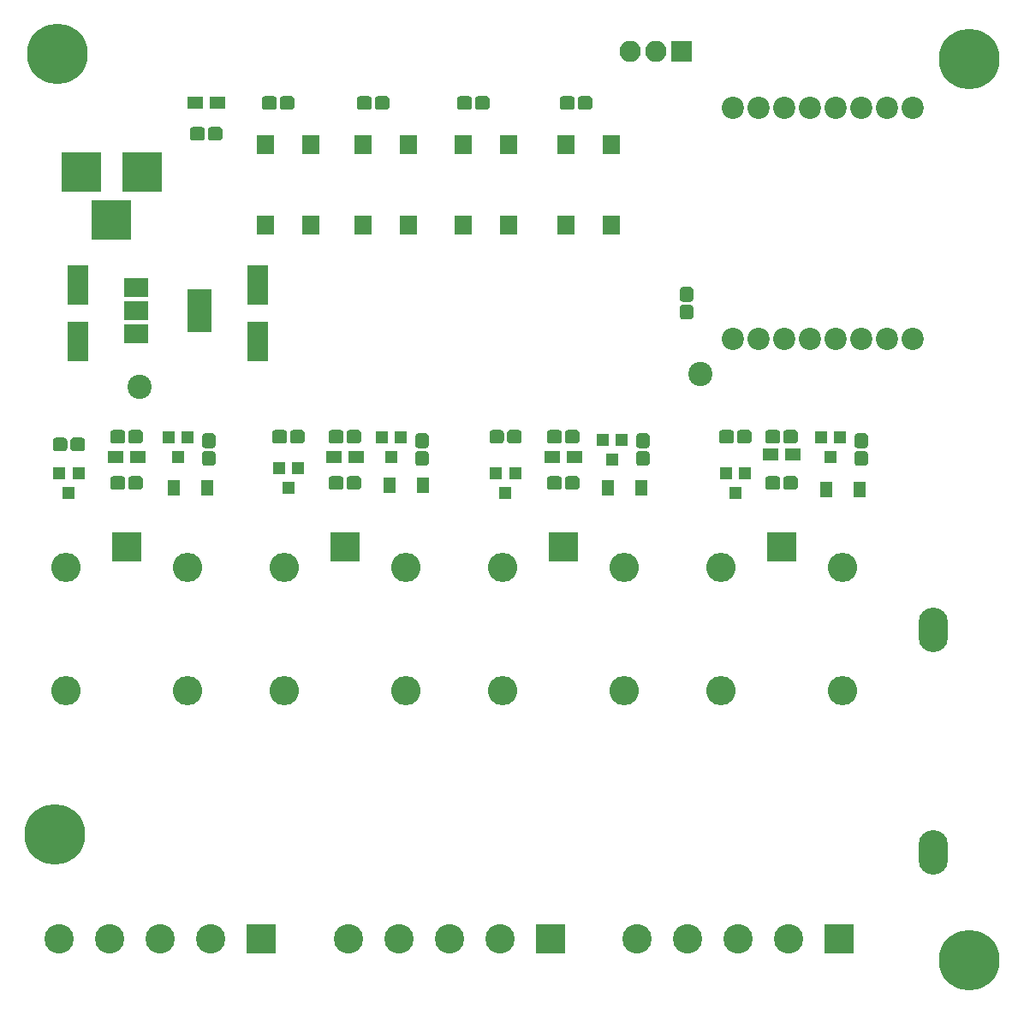
<source format=gbr>
G04 #@! TF.GenerationSoftware,KiCad,Pcbnew,(5.0.0)*
G04 #@! TF.CreationDate,2018-08-06T10:04:36+01:00*
G04 #@! TF.ProjectId,Sonoff_4ch_switch,536F6E6F66665F3463685F7377697463,rev?*
G04 #@! TF.SameCoordinates,Original*
G04 #@! TF.FileFunction,Soldermask,Top*
G04 #@! TF.FilePolarity,Negative*
%FSLAX46Y46*%
G04 Gerber Fmt 4.6, Leading zero omitted, Abs format (unit mm)*
G04 Created by KiCad (PCBNEW (5.0.0)) date 08/06/18 10:04:36*
%MOMM*%
%LPD*%
G01*
G04 APERTURE LIST*
%ADD10C,0.100000*%
%ADD11C,1.350000*%
%ADD12R,2.100000X2.100000*%
%ADD13O,2.100000X2.100000*%
%ADD14C,2.400000*%
%ADD15R,1.700000X1.950000*%
%ADD16R,1.300000X1.600000*%
%ADD17C,2.200000*%
%ADD18R,1.600000X1.300000*%
%ADD19O,2.900000X4.400000*%
%ADD20R,3.900000X3.900000*%
%ADD21R,1.200000X1.300000*%
%ADD22R,2.000000X3.900000*%
%ADD23R,2.400000X4.200000*%
%ADD24R,2.400000X1.900000*%
%ADD25O,2.900000X2.900000*%
%ADD26R,2.900000X2.900000*%
%ADD27C,2.900000*%
%ADD28C,6.000000*%
G04 APERTURE END LIST*
D10*
G04 #@! TO.C,R21*
G36*
X126545581Y-41744625D02*
X126578343Y-41749485D01*
X126610471Y-41757533D01*
X126641656Y-41768691D01*
X126671596Y-41782852D01*
X126700005Y-41799879D01*
X126726608Y-41819609D01*
X126751149Y-41841851D01*
X126773391Y-41866392D01*
X126793121Y-41892995D01*
X126810148Y-41921404D01*
X126824309Y-41951344D01*
X126835467Y-41982529D01*
X126843515Y-42014657D01*
X126848375Y-42047419D01*
X126850000Y-42080500D01*
X126850000Y-42755500D01*
X126848375Y-42788581D01*
X126843515Y-42821343D01*
X126835467Y-42853471D01*
X126824309Y-42884656D01*
X126810148Y-42914596D01*
X126793121Y-42943005D01*
X126773391Y-42969608D01*
X126751149Y-42994149D01*
X126726608Y-43016391D01*
X126700005Y-43036121D01*
X126671596Y-43053148D01*
X126641656Y-43067309D01*
X126610471Y-43078467D01*
X126578343Y-43086515D01*
X126545581Y-43091375D01*
X126512500Y-43093000D01*
X125737500Y-43093000D01*
X125704419Y-43091375D01*
X125671657Y-43086515D01*
X125639529Y-43078467D01*
X125608344Y-43067309D01*
X125578404Y-43053148D01*
X125549995Y-43036121D01*
X125523392Y-43016391D01*
X125498851Y-42994149D01*
X125476609Y-42969608D01*
X125456879Y-42943005D01*
X125439852Y-42914596D01*
X125425691Y-42884656D01*
X125414533Y-42853471D01*
X125406485Y-42821343D01*
X125401625Y-42788581D01*
X125400000Y-42755500D01*
X125400000Y-42080500D01*
X125401625Y-42047419D01*
X125406485Y-42014657D01*
X125414533Y-41982529D01*
X125425691Y-41951344D01*
X125439852Y-41921404D01*
X125456879Y-41892995D01*
X125476609Y-41866392D01*
X125498851Y-41841851D01*
X125523392Y-41819609D01*
X125549995Y-41799879D01*
X125578404Y-41782852D01*
X125608344Y-41768691D01*
X125639529Y-41757533D01*
X125671657Y-41749485D01*
X125704419Y-41744625D01*
X125737500Y-41743000D01*
X126512500Y-41743000D01*
X126545581Y-41744625D01*
X126545581Y-41744625D01*
G37*
D11*
X126125000Y-42418000D03*
D10*
G36*
X128295581Y-41744625D02*
X128328343Y-41749485D01*
X128360471Y-41757533D01*
X128391656Y-41768691D01*
X128421596Y-41782852D01*
X128450005Y-41799879D01*
X128476608Y-41819609D01*
X128501149Y-41841851D01*
X128523391Y-41866392D01*
X128543121Y-41892995D01*
X128560148Y-41921404D01*
X128574309Y-41951344D01*
X128585467Y-41982529D01*
X128593515Y-42014657D01*
X128598375Y-42047419D01*
X128600000Y-42080500D01*
X128600000Y-42755500D01*
X128598375Y-42788581D01*
X128593515Y-42821343D01*
X128585467Y-42853471D01*
X128574309Y-42884656D01*
X128560148Y-42914596D01*
X128543121Y-42943005D01*
X128523391Y-42969608D01*
X128501149Y-42994149D01*
X128476608Y-43016391D01*
X128450005Y-43036121D01*
X128421596Y-43053148D01*
X128391656Y-43067309D01*
X128360471Y-43078467D01*
X128328343Y-43086515D01*
X128295581Y-43091375D01*
X128262500Y-43093000D01*
X127487500Y-43093000D01*
X127454419Y-43091375D01*
X127421657Y-43086515D01*
X127389529Y-43078467D01*
X127358344Y-43067309D01*
X127328404Y-43053148D01*
X127299995Y-43036121D01*
X127273392Y-43016391D01*
X127248851Y-42994149D01*
X127226609Y-42969608D01*
X127206879Y-42943005D01*
X127189852Y-42914596D01*
X127175691Y-42884656D01*
X127164533Y-42853471D01*
X127156485Y-42821343D01*
X127151625Y-42788581D01*
X127150000Y-42755500D01*
X127150000Y-42080500D01*
X127151625Y-42047419D01*
X127156485Y-42014657D01*
X127164533Y-41982529D01*
X127175691Y-41951344D01*
X127189852Y-41921404D01*
X127206879Y-41892995D01*
X127226609Y-41866392D01*
X127248851Y-41841851D01*
X127273392Y-41819609D01*
X127299995Y-41799879D01*
X127328404Y-41782852D01*
X127358344Y-41768691D01*
X127389529Y-41757533D01*
X127421657Y-41749485D01*
X127454419Y-41744625D01*
X127487500Y-41743000D01*
X128262500Y-41743000D01*
X128295581Y-41744625D01*
X128295581Y-41744625D01*
G37*
D11*
X127875000Y-42418000D03*
G04 #@! TD*
D10*
G04 #@! TO.C,R20*
G36*
X108991581Y-41744625D02*
X109024343Y-41749485D01*
X109056471Y-41757533D01*
X109087656Y-41768691D01*
X109117596Y-41782852D01*
X109146005Y-41799879D01*
X109172608Y-41819609D01*
X109197149Y-41841851D01*
X109219391Y-41866392D01*
X109239121Y-41892995D01*
X109256148Y-41921404D01*
X109270309Y-41951344D01*
X109281467Y-41982529D01*
X109289515Y-42014657D01*
X109294375Y-42047419D01*
X109296000Y-42080500D01*
X109296000Y-42755500D01*
X109294375Y-42788581D01*
X109289515Y-42821343D01*
X109281467Y-42853471D01*
X109270309Y-42884656D01*
X109256148Y-42914596D01*
X109239121Y-42943005D01*
X109219391Y-42969608D01*
X109197149Y-42994149D01*
X109172608Y-43016391D01*
X109146005Y-43036121D01*
X109117596Y-43053148D01*
X109087656Y-43067309D01*
X109056471Y-43078467D01*
X109024343Y-43086515D01*
X108991581Y-43091375D01*
X108958500Y-43093000D01*
X108183500Y-43093000D01*
X108150419Y-43091375D01*
X108117657Y-43086515D01*
X108085529Y-43078467D01*
X108054344Y-43067309D01*
X108024404Y-43053148D01*
X107995995Y-43036121D01*
X107969392Y-43016391D01*
X107944851Y-42994149D01*
X107922609Y-42969608D01*
X107902879Y-42943005D01*
X107885852Y-42914596D01*
X107871691Y-42884656D01*
X107860533Y-42853471D01*
X107852485Y-42821343D01*
X107847625Y-42788581D01*
X107846000Y-42755500D01*
X107846000Y-42080500D01*
X107847625Y-42047419D01*
X107852485Y-42014657D01*
X107860533Y-41982529D01*
X107871691Y-41951344D01*
X107885852Y-41921404D01*
X107902879Y-41892995D01*
X107922609Y-41866392D01*
X107944851Y-41841851D01*
X107969392Y-41819609D01*
X107995995Y-41799879D01*
X108024404Y-41782852D01*
X108054344Y-41768691D01*
X108085529Y-41757533D01*
X108117657Y-41749485D01*
X108150419Y-41744625D01*
X108183500Y-41743000D01*
X108958500Y-41743000D01*
X108991581Y-41744625D01*
X108991581Y-41744625D01*
G37*
D11*
X108571000Y-42418000D03*
D10*
G36*
X107241581Y-41744625D02*
X107274343Y-41749485D01*
X107306471Y-41757533D01*
X107337656Y-41768691D01*
X107367596Y-41782852D01*
X107396005Y-41799879D01*
X107422608Y-41819609D01*
X107447149Y-41841851D01*
X107469391Y-41866392D01*
X107489121Y-41892995D01*
X107506148Y-41921404D01*
X107520309Y-41951344D01*
X107531467Y-41982529D01*
X107539515Y-42014657D01*
X107544375Y-42047419D01*
X107546000Y-42080500D01*
X107546000Y-42755500D01*
X107544375Y-42788581D01*
X107539515Y-42821343D01*
X107531467Y-42853471D01*
X107520309Y-42884656D01*
X107506148Y-42914596D01*
X107489121Y-42943005D01*
X107469391Y-42969608D01*
X107447149Y-42994149D01*
X107422608Y-43016391D01*
X107396005Y-43036121D01*
X107367596Y-43053148D01*
X107337656Y-43067309D01*
X107306471Y-43078467D01*
X107274343Y-43086515D01*
X107241581Y-43091375D01*
X107208500Y-43093000D01*
X106433500Y-43093000D01*
X106400419Y-43091375D01*
X106367657Y-43086515D01*
X106335529Y-43078467D01*
X106304344Y-43067309D01*
X106274404Y-43053148D01*
X106245995Y-43036121D01*
X106219392Y-43016391D01*
X106194851Y-42994149D01*
X106172609Y-42969608D01*
X106152879Y-42943005D01*
X106135852Y-42914596D01*
X106121691Y-42884656D01*
X106110533Y-42853471D01*
X106102485Y-42821343D01*
X106097625Y-42788581D01*
X106096000Y-42755500D01*
X106096000Y-42080500D01*
X106097625Y-42047419D01*
X106102485Y-42014657D01*
X106110533Y-41982529D01*
X106121691Y-41951344D01*
X106135852Y-41921404D01*
X106152879Y-41892995D01*
X106172609Y-41866392D01*
X106194851Y-41841851D01*
X106219392Y-41819609D01*
X106245995Y-41799879D01*
X106274404Y-41782852D01*
X106304344Y-41768691D01*
X106335529Y-41757533D01*
X106367657Y-41749485D01*
X106400419Y-41744625D01*
X106433500Y-41743000D01*
X107208500Y-41743000D01*
X107241581Y-41744625D01*
X107241581Y-41744625D01*
G37*
D11*
X106821000Y-42418000D03*
G04 #@! TD*
D10*
G04 #@! TO.C,R19*
G36*
X136705581Y-41744625D02*
X136738343Y-41749485D01*
X136770471Y-41757533D01*
X136801656Y-41768691D01*
X136831596Y-41782852D01*
X136860005Y-41799879D01*
X136886608Y-41819609D01*
X136911149Y-41841851D01*
X136933391Y-41866392D01*
X136953121Y-41892995D01*
X136970148Y-41921404D01*
X136984309Y-41951344D01*
X136995467Y-41982529D01*
X137003515Y-42014657D01*
X137008375Y-42047419D01*
X137010000Y-42080500D01*
X137010000Y-42755500D01*
X137008375Y-42788581D01*
X137003515Y-42821343D01*
X136995467Y-42853471D01*
X136984309Y-42884656D01*
X136970148Y-42914596D01*
X136953121Y-42943005D01*
X136933391Y-42969608D01*
X136911149Y-42994149D01*
X136886608Y-43016391D01*
X136860005Y-43036121D01*
X136831596Y-43053148D01*
X136801656Y-43067309D01*
X136770471Y-43078467D01*
X136738343Y-43086515D01*
X136705581Y-43091375D01*
X136672500Y-43093000D01*
X135897500Y-43093000D01*
X135864419Y-43091375D01*
X135831657Y-43086515D01*
X135799529Y-43078467D01*
X135768344Y-43067309D01*
X135738404Y-43053148D01*
X135709995Y-43036121D01*
X135683392Y-43016391D01*
X135658851Y-42994149D01*
X135636609Y-42969608D01*
X135616879Y-42943005D01*
X135599852Y-42914596D01*
X135585691Y-42884656D01*
X135574533Y-42853471D01*
X135566485Y-42821343D01*
X135561625Y-42788581D01*
X135560000Y-42755500D01*
X135560000Y-42080500D01*
X135561625Y-42047419D01*
X135566485Y-42014657D01*
X135574533Y-41982529D01*
X135585691Y-41951344D01*
X135599852Y-41921404D01*
X135616879Y-41892995D01*
X135636609Y-41866392D01*
X135658851Y-41841851D01*
X135683392Y-41819609D01*
X135709995Y-41799879D01*
X135738404Y-41782852D01*
X135768344Y-41768691D01*
X135799529Y-41757533D01*
X135831657Y-41749485D01*
X135864419Y-41744625D01*
X135897500Y-41743000D01*
X136672500Y-41743000D01*
X136705581Y-41744625D01*
X136705581Y-41744625D01*
G37*
D11*
X136285000Y-42418000D03*
D10*
G36*
X138455581Y-41744625D02*
X138488343Y-41749485D01*
X138520471Y-41757533D01*
X138551656Y-41768691D01*
X138581596Y-41782852D01*
X138610005Y-41799879D01*
X138636608Y-41819609D01*
X138661149Y-41841851D01*
X138683391Y-41866392D01*
X138703121Y-41892995D01*
X138720148Y-41921404D01*
X138734309Y-41951344D01*
X138745467Y-41982529D01*
X138753515Y-42014657D01*
X138758375Y-42047419D01*
X138760000Y-42080500D01*
X138760000Y-42755500D01*
X138758375Y-42788581D01*
X138753515Y-42821343D01*
X138745467Y-42853471D01*
X138734309Y-42884656D01*
X138720148Y-42914596D01*
X138703121Y-42943005D01*
X138683391Y-42969608D01*
X138661149Y-42994149D01*
X138636608Y-43016391D01*
X138610005Y-43036121D01*
X138581596Y-43053148D01*
X138551656Y-43067309D01*
X138520471Y-43078467D01*
X138488343Y-43086515D01*
X138455581Y-43091375D01*
X138422500Y-43093000D01*
X137647500Y-43093000D01*
X137614419Y-43091375D01*
X137581657Y-43086515D01*
X137549529Y-43078467D01*
X137518344Y-43067309D01*
X137488404Y-43053148D01*
X137459995Y-43036121D01*
X137433392Y-43016391D01*
X137408851Y-42994149D01*
X137386609Y-42969608D01*
X137366879Y-42943005D01*
X137349852Y-42914596D01*
X137335691Y-42884656D01*
X137324533Y-42853471D01*
X137316485Y-42821343D01*
X137311625Y-42788581D01*
X137310000Y-42755500D01*
X137310000Y-42080500D01*
X137311625Y-42047419D01*
X137316485Y-42014657D01*
X137324533Y-41982529D01*
X137335691Y-41951344D01*
X137349852Y-41921404D01*
X137366879Y-41892995D01*
X137386609Y-41866392D01*
X137408851Y-41841851D01*
X137433392Y-41819609D01*
X137459995Y-41799879D01*
X137488404Y-41782852D01*
X137518344Y-41768691D01*
X137549529Y-41757533D01*
X137581657Y-41749485D01*
X137614419Y-41744625D01*
X137647500Y-41743000D01*
X138422500Y-41743000D01*
X138455581Y-41744625D01*
X138455581Y-41744625D01*
G37*
D11*
X138035000Y-42418000D03*
G04 #@! TD*
D10*
G04 #@! TO.C,R18*
G36*
X118389581Y-41744625D02*
X118422343Y-41749485D01*
X118454471Y-41757533D01*
X118485656Y-41768691D01*
X118515596Y-41782852D01*
X118544005Y-41799879D01*
X118570608Y-41819609D01*
X118595149Y-41841851D01*
X118617391Y-41866392D01*
X118637121Y-41892995D01*
X118654148Y-41921404D01*
X118668309Y-41951344D01*
X118679467Y-41982529D01*
X118687515Y-42014657D01*
X118692375Y-42047419D01*
X118694000Y-42080500D01*
X118694000Y-42755500D01*
X118692375Y-42788581D01*
X118687515Y-42821343D01*
X118679467Y-42853471D01*
X118668309Y-42884656D01*
X118654148Y-42914596D01*
X118637121Y-42943005D01*
X118617391Y-42969608D01*
X118595149Y-42994149D01*
X118570608Y-43016391D01*
X118544005Y-43036121D01*
X118515596Y-43053148D01*
X118485656Y-43067309D01*
X118454471Y-43078467D01*
X118422343Y-43086515D01*
X118389581Y-43091375D01*
X118356500Y-43093000D01*
X117581500Y-43093000D01*
X117548419Y-43091375D01*
X117515657Y-43086515D01*
X117483529Y-43078467D01*
X117452344Y-43067309D01*
X117422404Y-43053148D01*
X117393995Y-43036121D01*
X117367392Y-43016391D01*
X117342851Y-42994149D01*
X117320609Y-42969608D01*
X117300879Y-42943005D01*
X117283852Y-42914596D01*
X117269691Y-42884656D01*
X117258533Y-42853471D01*
X117250485Y-42821343D01*
X117245625Y-42788581D01*
X117244000Y-42755500D01*
X117244000Y-42080500D01*
X117245625Y-42047419D01*
X117250485Y-42014657D01*
X117258533Y-41982529D01*
X117269691Y-41951344D01*
X117283852Y-41921404D01*
X117300879Y-41892995D01*
X117320609Y-41866392D01*
X117342851Y-41841851D01*
X117367392Y-41819609D01*
X117393995Y-41799879D01*
X117422404Y-41782852D01*
X117452344Y-41768691D01*
X117483529Y-41757533D01*
X117515657Y-41749485D01*
X117548419Y-41744625D01*
X117581500Y-41743000D01*
X118356500Y-41743000D01*
X118389581Y-41744625D01*
X118389581Y-41744625D01*
G37*
D11*
X117969000Y-42418000D03*
D10*
G36*
X116639581Y-41744625D02*
X116672343Y-41749485D01*
X116704471Y-41757533D01*
X116735656Y-41768691D01*
X116765596Y-41782852D01*
X116794005Y-41799879D01*
X116820608Y-41819609D01*
X116845149Y-41841851D01*
X116867391Y-41866392D01*
X116887121Y-41892995D01*
X116904148Y-41921404D01*
X116918309Y-41951344D01*
X116929467Y-41982529D01*
X116937515Y-42014657D01*
X116942375Y-42047419D01*
X116944000Y-42080500D01*
X116944000Y-42755500D01*
X116942375Y-42788581D01*
X116937515Y-42821343D01*
X116929467Y-42853471D01*
X116918309Y-42884656D01*
X116904148Y-42914596D01*
X116887121Y-42943005D01*
X116867391Y-42969608D01*
X116845149Y-42994149D01*
X116820608Y-43016391D01*
X116794005Y-43036121D01*
X116765596Y-43053148D01*
X116735656Y-43067309D01*
X116704471Y-43078467D01*
X116672343Y-43086515D01*
X116639581Y-43091375D01*
X116606500Y-43093000D01*
X115831500Y-43093000D01*
X115798419Y-43091375D01*
X115765657Y-43086515D01*
X115733529Y-43078467D01*
X115702344Y-43067309D01*
X115672404Y-43053148D01*
X115643995Y-43036121D01*
X115617392Y-43016391D01*
X115592851Y-42994149D01*
X115570609Y-42969608D01*
X115550879Y-42943005D01*
X115533852Y-42914596D01*
X115519691Y-42884656D01*
X115508533Y-42853471D01*
X115500485Y-42821343D01*
X115495625Y-42788581D01*
X115494000Y-42755500D01*
X115494000Y-42080500D01*
X115495625Y-42047419D01*
X115500485Y-42014657D01*
X115508533Y-41982529D01*
X115519691Y-41951344D01*
X115533852Y-41921404D01*
X115550879Y-41892995D01*
X115570609Y-41866392D01*
X115592851Y-41841851D01*
X115617392Y-41819609D01*
X115643995Y-41799879D01*
X115672404Y-41782852D01*
X115702344Y-41768691D01*
X115733529Y-41757533D01*
X115765657Y-41749485D01*
X115798419Y-41744625D01*
X115831500Y-41743000D01*
X116606500Y-41743000D01*
X116639581Y-41744625D01*
X116639581Y-41744625D01*
G37*
D11*
X116219000Y-42418000D03*
G04 #@! TD*
D10*
G04 #@! TO.C,R17*
G36*
X101879581Y-44792625D02*
X101912343Y-44797485D01*
X101944471Y-44805533D01*
X101975656Y-44816691D01*
X102005596Y-44830852D01*
X102034005Y-44847879D01*
X102060608Y-44867609D01*
X102085149Y-44889851D01*
X102107391Y-44914392D01*
X102127121Y-44940995D01*
X102144148Y-44969404D01*
X102158309Y-44999344D01*
X102169467Y-45030529D01*
X102177515Y-45062657D01*
X102182375Y-45095419D01*
X102184000Y-45128500D01*
X102184000Y-45803500D01*
X102182375Y-45836581D01*
X102177515Y-45869343D01*
X102169467Y-45901471D01*
X102158309Y-45932656D01*
X102144148Y-45962596D01*
X102127121Y-45991005D01*
X102107391Y-46017608D01*
X102085149Y-46042149D01*
X102060608Y-46064391D01*
X102034005Y-46084121D01*
X102005596Y-46101148D01*
X101975656Y-46115309D01*
X101944471Y-46126467D01*
X101912343Y-46134515D01*
X101879581Y-46139375D01*
X101846500Y-46141000D01*
X101071500Y-46141000D01*
X101038419Y-46139375D01*
X101005657Y-46134515D01*
X100973529Y-46126467D01*
X100942344Y-46115309D01*
X100912404Y-46101148D01*
X100883995Y-46084121D01*
X100857392Y-46064391D01*
X100832851Y-46042149D01*
X100810609Y-46017608D01*
X100790879Y-45991005D01*
X100773852Y-45962596D01*
X100759691Y-45932656D01*
X100748533Y-45901471D01*
X100740485Y-45869343D01*
X100735625Y-45836581D01*
X100734000Y-45803500D01*
X100734000Y-45128500D01*
X100735625Y-45095419D01*
X100740485Y-45062657D01*
X100748533Y-45030529D01*
X100759691Y-44999344D01*
X100773852Y-44969404D01*
X100790879Y-44940995D01*
X100810609Y-44914392D01*
X100832851Y-44889851D01*
X100857392Y-44867609D01*
X100883995Y-44847879D01*
X100912404Y-44830852D01*
X100942344Y-44816691D01*
X100973529Y-44805533D01*
X101005657Y-44797485D01*
X101038419Y-44792625D01*
X101071500Y-44791000D01*
X101846500Y-44791000D01*
X101879581Y-44792625D01*
X101879581Y-44792625D01*
G37*
D11*
X101459000Y-45466000D03*
D10*
G36*
X100129581Y-44792625D02*
X100162343Y-44797485D01*
X100194471Y-44805533D01*
X100225656Y-44816691D01*
X100255596Y-44830852D01*
X100284005Y-44847879D01*
X100310608Y-44867609D01*
X100335149Y-44889851D01*
X100357391Y-44914392D01*
X100377121Y-44940995D01*
X100394148Y-44969404D01*
X100408309Y-44999344D01*
X100419467Y-45030529D01*
X100427515Y-45062657D01*
X100432375Y-45095419D01*
X100434000Y-45128500D01*
X100434000Y-45803500D01*
X100432375Y-45836581D01*
X100427515Y-45869343D01*
X100419467Y-45901471D01*
X100408309Y-45932656D01*
X100394148Y-45962596D01*
X100377121Y-45991005D01*
X100357391Y-46017608D01*
X100335149Y-46042149D01*
X100310608Y-46064391D01*
X100284005Y-46084121D01*
X100255596Y-46101148D01*
X100225656Y-46115309D01*
X100194471Y-46126467D01*
X100162343Y-46134515D01*
X100129581Y-46139375D01*
X100096500Y-46141000D01*
X99321500Y-46141000D01*
X99288419Y-46139375D01*
X99255657Y-46134515D01*
X99223529Y-46126467D01*
X99192344Y-46115309D01*
X99162404Y-46101148D01*
X99133995Y-46084121D01*
X99107392Y-46064391D01*
X99082851Y-46042149D01*
X99060609Y-46017608D01*
X99040879Y-45991005D01*
X99023852Y-45962596D01*
X99009691Y-45932656D01*
X98998533Y-45901471D01*
X98990485Y-45869343D01*
X98985625Y-45836581D01*
X98984000Y-45803500D01*
X98984000Y-45128500D01*
X98985625Y-45095419D01*
X98990485Y-45062657D01*
X98998533Y-45030529D01*
X99009691Y-44999344D01*
X99023852Y-44969404D01*
X99040879Y-44940995D01*
X99060609Y-44914392D01*
X99082851Y-44889851D01*
X99107392Y-44867609D01*
X99133995Y-44847879D01*
X99162404Y-44830852D01*
X99192344Y-44816691D01*
X99223529Y-44805533D01*
X99255657Y-44797485D01*
X99288419Y-44792625D01*
X99321500Y-44791000D01*
X100096500Y-44791000D01*
X100129581Y-44792625D01*
X100129581Y-44792625D01*
G37*
D11*
X99709000Y-45466000D03*
G04 #@! TD*
D10*
G04 #@! TO.C,R15*
G36*
X101208581Y-75109625D02*
X101241343Y-75114485D01*
X101273471Y-75122533D01*
X101304656Y-75133691D01*
X101334596Y-75147852D01*
X101363005Y-75164879D01*
X101389608Y-75184609D01*
X101414149Y-75206851D01*
X101436391Y-75231392D01*
X101456121Y-75257995D01*
X101473148Y-75286404D01*
X101487309Y-75316344D01*
X101498467Y-75347529D01*
X101506515Y-75379657D01*
X101511375Y-75412419D01*
X101513000Y-75445500D01*
X101513000Y-76220500D01*
X101511375Y-76253581D01*
X101506515Y-76286343D01*
X101498467Y-76318471D01*
X101487309Y-76349656D01*
X101473148Y-76379596D01*
X101456121Y-76408005D01*
X101436391Y-76434608D01*
X101414149Y-76459149D01*
X101389608Y-76481391D01*
X101363005Y-76501121D01*
X101334596Y-76518148D01*
X101304656Y-76532309D01*
X101273471Y-76543467D01*
X101241343Y-76551515D01*
X101208581Y-76556375D01*
X101175500Y-76558000D01*
X100500500Y-76558000D01*
X100467419Y-76556375D01*
X100434657Y-76551515D01*
X100402529Y-76543467D01*
X100371344Y-76532309D01*
X100341404Y-76518148D01*
X100312995Y-76501121D01*
X100286392Y-76481391D01*
X100261851Y-76459149D01*
X100239609Y-76434608D01*
X100219879Y-76408005D01*
X100202852Y-76379596D01*
X100188691Y-76349656D01*
X100177533Y-76318471D01*
X100169485Y-76286343D01*
X100164625Y-76253581D01*
X100163000Y-76220500D01*
X100163000Y-75445500D01*
X100164625Y-75412419D01*
X100169485Y-75379657D01*
X100177533Y-75347529D01*
X100188691Y-75316344D01*
X100202852Y-75286404D01*
X100219879Y-75257995D01*
X100239609Y-75231392D01*
X100261851Y-75206851D01*
X100286392Y-75184609D01*
X100312995Y-75164879D01*
X100341404Y-75147852D01*
X100371344Y-75133691D01*
X100402529Y-75122533D01*
X100434657Y-75114485D01*
X100467419Y-75109625D01*
X100500500Y-75108000D01*
X101175500Y-75108000D01*
X101208581Y-75109625D01*
X101208581Y-75109625D01*
G37*
D11*
X100838000Y-75833000D03*
D10*
G36*
X101208581Y-76859625D02*
X101241343Y-76864485D01*
X101273471Y-76872533D01*
X101304656Y-76883691D01*
X101334596Y-76897852D01*
X101363005Y-76914879D01*
X101389608Y-76934609D01*
X101414149Y-76956851D01*
X101436391Y-76981392D01*
X101456121Y-77007995D01*
X101473148Y-77036404D01*
X101487309Y-77066344D01*
X101498467Y-77097529D01*
X101506515Y-77129657D01*
X101511375Y-77162419D01*
X101513000Y-77195500D01*
X101513000Y-77970500D01*
X101511375Y-78003581D01*
X101506515Y-78036343D01*
X101498467Y-78068471D01*
X101487309Y-78099656D01*
X101473148Y-78129596D01*
X101456121Y-78158005D01*
X101436391Y-78184608D01*
X101414149Y-78209149D01*
X101389608Y-78231391D01*
X101363005Y-78251121D01*
X101334596Y-78268148D01*
X101304656Y-78282309D01*
X101273471Y-78293467D01*
X101241343Y-78301515D01*
X101208581Y-78306375D01*
X101175500Y-78308000D01*
X100500500Y-78308000D01*
X100467419Y-78306375D01*
X100434657Y-78301515D01*
X100402529Y-78293467D01*
X100371344Y-78282309D01*
X100341404Y-78268148D01*
X100312995Y-78251121D01*
X100286392Y-78231391D01*
X100261851Y-78209149D01*
X100239609Y-78184608D01*
X100219879Y-78158005D01*
X100202852Y-78129596D01*
X100188691Y-78099656D01*
X100177533Y-78068471D01*
X100169485Y-78036343D01*
X100164625Y-78003581D01*
X100163000Y-77970500D01*
X100163000Y-77195500D01*
X100164625Y-77162419D01*
X100169485Y-77129657D01*
X100177533Y-77097529D01*
X100188691Y-77066344D01*
X100202852Y-77036404D01*
X100219879Y-77007995D01*
X100239609Y-76981392D01*
X100261851Y-76956851D01*
X100286392Y-76934609D01*
X100312995Y-76914879D01*
X100341404Y-76897852D01*
X100371344Y-76883691D01*
X100402529Y-76872533D01*
X100434657Y-76864485D01*
X100467419Y-76859625D01*
X100500500Y-76858000D01*
X101175500Y-76858000D01*
X101208581Y-76859625D01*
X101208581Y-76859625D01*
G37*
D11*
X100838000Y-77583000D03*
G04 #@! TD*
D10*
G04 #@! TO.C,R14*
G36*
X113845581Y-74764625D02*
X113878343Y-74769485D01*
X113910471Y-74777533D01*
X113941656Y-74788691D01*
X113971596Y-74802852D01*
X114000005Y-74819879D01*
X114026608Y-74839609D01*
X114051149Y-74861851D01*
X114073391Y-74886392D01*
X114093121Y-74912995D01*
X114110148Y-74941404D01*
X114124309Y-74971344D01*
X114135467Y-75002529D01*
X114143515Y-75034657D01*
X114148375Y-75067419D01*
X114150000Y-75100500D01*
X114150000Y-75775500D01*
X114148375Y-75808581D01*
X114143515Y-75841343D01*
X114135467Y-75873471D01*
X114124309Y-75904656D01*
X114110148Y-75934596D01*
X114093121Y-75963005D01*
X114073391Y-75989608D01*
X114051149Y-76014149D01*
X114026608Y-76036391D01*
X114000005Y-76056121D01*
X113971596Y-76073148D01*
X113941656Y-76087309D01*
X113910471Y-76098467D01*
X113878343Y-76106515D01*
X113845581Y-76111375D01*
X113812500Y-76113000D01*
X113037500Y-76113000D01*
X113004419Y-76111375D01*
X112971657Y-76106515D01*
X112939529Y-76098467D01*
X112908344Y-76087309D01*
X112878404Y-76073148D01*
X112849995Y-76056121D01*
X112823392Y-76036391D01*
X112798851Y-76014149D01*
X112776609Y-75989608D01*
X112756879Y-75963005D01*
X112739852Y-75934596D01*
X112725691Y-75904656D01*
X112714533Y-75873471D01*
X112706485Y-75841343D01*
X112701625Y-75808581D01*
X112700000Y-75775500D01*
X112700000Y-75100500D01*
X112701625Y-75067419D01*
X112706485Y-75034657D01*
X112714533Y-75002529D01*
X112725691Y-74971344D01*
X112739852Y-74941404D01*
X112756879Y-74912995D01*
X112776609Y-74886392D01*
X112798851Y-74861851D01*
X112823392Y-74839609D01*
X112849995Y-74819879D01*
X112878404Y-74802852D01*
X112908344Y-74788691D01*
X112939529Y-74777533D01*
X112971657Y-74769485D01*
X113004419Y-74764625D01*
X113037500Y-74763000D01*
X113812500Y-74763000D01*
X113845581Y-74764625D01*
X113845581Y-74764625D01*
G37*
D11*
X113425000Y-75438000D03*
D10*
G36*
X115595581Y-74764625D02*
X115628343Y-74769485D01*
X115660471Y-74777533D01*
X115691656Y-74788691D01*
X115721596Y-74802852D01*
X115750005Y-74819879D01*
X115776608Y-74839609D01*
X115801149Y-74861851D01*
X115823391Y-74886392D01*
X115843121Y-74912995D01*
X115860148Y-74941404D01*
X115874309Y-74971344D01*
X115885467Y-75002529D01*
X115893515Y-75034657D01*
X115898375Y-75067419D01*
X115900000Y-75100500D01*
X115900000Y-75775500D01*
X115898375Y-75808581D01*
X115893515Y-75841343D01*
X115885467Y-75873471D01*
X115874309Y-75904656D01*
X115860148Y-75934596D01*
X115843121Y-75963005D01*
X115823391Y-75989608D01*
X115801149Y-76014149D01*
X115776608Y-76036391D01*
X115750005Y-76056121D01*
X115721596Y-76073148D01*
X115691656Y-76087309D01*
X115660471Y-76098467D01*
X115628343Y-76106515D01*
X115595581Y-76111375D01*
X115562500Y-76113000D01*
X114787500Y-76113000D01*
X114754419Y-76111375D01*
X114721657Y-76106515D01*
X114689529Y-76098467D01*
X114658344Y-76087309D01*
X114628404Y-76073148D01*
X114599995Y-76056121D01*
X114573392Y-76036391D01*
X114548851Y-76014149D01*
X114526609Y-75989608D01*
X114506879Y-75963005D01*
X114489852Y-75934596D01*
X114475691Y-75904656D01*
X114464533Y-75873471D01*
X114456485Y-75841343D01*
X114451625Y-75808581D01*
X114450000Y-75775500D01*
X114450000Y-75100500D01*
X114451625Y-75067419D01*
X114456485Y-75034657D01*
X114464533Y-75002529D01*
X114475691Y-74971344D01*
X114489852Y-74941404D01*
X114506879Y-74912995D01*
X114526609Y-74886392D01*
X114548851Y-74861851D01*
X114573392Y-74839609D01*
X114599995Y-74819879D01*
X114628404Y-74802852D01*
X114658344Y-74788691D01*
X114689529Y-74777533D01*
X114721657Y-74769485D01*
X114754419Y-74764625D01*
X114787500Y-74763000D01*
X115562500Y-74763000D01*
X115595581Y-74764625D01*
X115595581Y-74764625D01*
G37*
D11*
X115175000Y-75438000D03*
G04 #@! TD*
D10*
G04 #@! TO.C,R7*
G36*
X92255581Y-79336625D02*
X92288343Y-79341485D01*
X92320471Y-79349533D01*
X92351656Y-79360691D01*
X92381596Y-79374852D01*
X92410005Y-79391879D01*
X92436608Y-79411609D01*
X92461149Y-79433851D01*
X92483391Y-79458392D01*
X92503121Y-79484995D01*
X92520148Y-79513404D01*
X92534309Y-79543344D01*
X92545467Y-79574529D01*
X92553515Y-79606657D01*
X92558375Y-79639419D01*
X92560000Y-79672500D01*
X92560000Y-80347500D01*
X92558375Y-80380581D01*
X92553515Y-80413343D01*
X92545467Y-80445471D01*
X92534309Y-80476656D01*
X92520148Y-80506596D01*
X92503121Y-80535005D01*
X92483391Y-80561608D01*
X92461149Y-80586149D01*
X92436608Y-80608391D01*
X92410005Y-80628121D01*
X92381596Y-80645148D01*
X92351656Y-80659309D01*
X92320471Y-80670467D01*
X92288343Y-80678515D01*
X92255581Y-80683375D01*
X92222500Y-80685000D01*
X91447500Y-80685000D01*
X91414419Y-80683375D01*
X91381657Y-80678515D01*
X91349529Y-80670467D01*
X91318344Y-80659309D01*
X91288404Y-80645148D01*
X91259995Y-80628121D01*
X91233392Y-80608391D01*
X91208851Y-80586149D01*
X91186609Y-80561608D01*
X91166879Y-80535005D01*
X91149852Y-80506596D01*
X91135691Y-80476656D01*
X91124533Y-80445471D01*
X91116485Y-80413343D01*
X91111625Y-80380581D01*
X91110000Y-80347500D01*
X91110000Y-79672500D01*
X91111625Y-79639419D01*
X91116485Y-79606657D01*
X91124533Y-79574529D01*
X91135691Y-79543344D01*
X91149852Y-79513404D01*
X91166879Y-79484995D01*
X91186609Y-79458392D01*
X91208851Y-79433851D01*
X91233392Y-79411609D01*
X91259995Y-79391879D01*
X91288404Y-79374852D01*
X91318344Y-79360691D01*
X91349529Y-79349533D01*
X91381657Y-79341485D01*
X91414419Y-79336625D01*
X91447500Y-79335000D01*
X92222500Y-79335000D01*
X92255581Y-79336625D01*
X92255581Y-79336625D01*
G37*
D11*
X91835000Y-80010000D03*
D10*
G36*
X94005581Y-79336625D02*
X94038343Y-79341485D01*
X94070471Y-79349533D01*
X94101656Y-79360691D01*
X94131596Y-79374852D01*
X94160005Y-79391879D01*
X94186608Y-79411609D01*
X94211149Y-79433851D01*
X94233391Y-79458392D01*
X94253121Y-79484995D01*
X94270148Y-79513404D01*
X94284309Y-79543344D01*
X94295467Y-79574529D01*
X94303515Y-79606657D01*
X94308375Y-79639419D01*
X94310000Y-79672500D01*
X94310000Y-80347500D01*
X94308375Y-80380581D01*
X94303515Y-80413343D01*
X94295467Y-80445471D01*
X94284309Y-80476656D01*
X94270148Y-80506596D01*
X94253121Y-80535005D01*
X94233391Y-80561608D01*
X94211149Y-80586149D01*
X94186608Y-80608391D01*
X94160005Y-80628121D01*
X94131596Y-80645148D01*
X94101656Y-80659309D01*
X94070471Y-80670467D01*
X94038343Y-80678515D01*
X94005581Y-80683375D01*
X93972500Y-80685000D01*
X93197500Y-80685000D01*
X93164419Y-80683375D01*
X93131657Y-80678515D01*
X93099529Y-80670467D01*
X93068344Y-80659309D01*
X93038404Y-80645148D01*
X93009995Y-80628121D01*
X92983392Y-80608391D01*
X92958851Y-80586149D01*
X92936609Y-80561608D01*
X92916879Y-80535005D01*
X92899852Y-80506596D01*
X92885691Y-80476656D01*
X92874533Y-80445471D01*
X92866485Y-80413343D01*
X92861625Y-80380581D01*
X92860000Y-80347500D01*
X92860000Y-79672500D01*
X92861625Y-79639419D01*
X92866485Y-79606657D01*
X92874533Y-79574529D01*
X92885691Y-79543344D01*
X92899852Y-79513404D01*
X92916879Y-79484995D01*
X92936609Y-79458392D01*
X92958851Y-79433851D01*
X92983392Y-79411609D01*
X93009995Y-79391879D01*
X93038404Y-79374852D01*
X93068344Y-79360691D01*
X93099529Y-79349533D01*
X93131657Y-79341485D01*
X93164419Y-79336625D01*
X93197500Y-79335000D01*
X93972500Y-79335000D01*
X94005581Y-79336625D01*
X94005581Y-79336625D01*
G37*
D11*
X93585000Y-80010000D03*
G04 #@! TD*
D10*
G04 #@! TO.C,R5*
G36*
X115595581Y-79336625D02*
X115628343Y-79341485D01*
X115660471Y-79349533D01*
X115691656Y-79360691D01*
X115721596Y-79374852D01*
X115750005Y-79391879D01*
X115776608Y-79411609D01*
X115801149Y-79433851D01*
X115823391Y-79458392D01*
X115843121Y-79484995D01*
X115860148Y-79513404D01*
X115874309Y-79543344D01*
X115885467Y-79574529D01*
X115893515Y-79606657D01*
X115898375Y-79639419D01*
X115900000Y-79672500D01*
X115900000Y-80347500D01*
X115898375Y-80380581D01*
X115893515Y-80413343D01*
X115885467Y-80445471D01*
X115874309Y-80476656D01*
X115860148Y-80506596D01*
X115843121Y-80535005D01*
X115823391Y-80561608D01*
X115801149Y-80586149D01*
X115776608Y-80608391D01*
X115750005Y-80628121D01*
X115721596Y-80645148D01*
X115691656Y-80659309D01*
X115660471Y-80670467D01*
X115628343Y-80678515D01*
X115595581Y-80683375D01*
X115562500Y-80685000D01*
X114787500Y-80685000D01*
X114754419Y-80683375D01*
X114721657Y-80678515D01*
X114689529Y-80670467D01*
X114658344Y-80659309D01*
X114628404Y-80645148D01*
X114599995Y-80628121D01*
X114573392Y-80608391D01*
X114548851Y-80586149D01*
X114526609Y-80561608D01*
X114506879Y-80535005D01*
X114489852Y-80506596D01*
X114475691Y-80476656D01*
X114464533Y-80445471D01*
X114456485Y-80413343D01*
X114451625Y-80380581D01*
X114450000Y-80347500D01*
X114450000Y-79672500D01*
X114451625Y-79639419D01*
X114456485Y-79606657D01*
X114464533Y-79574529D01*
X114475691Y-79543344D01*
X114489852Y-79513404D01*
X114506879Y-79484995D01*
X114526609Y-79458392D01*
X114548851Y-79433851D01*
X114573392Y-79411609D01*
X114599995Y-79391879D01*
X114628404Y-79374852D01*
X114658344Y-79360691D01*
X114689529Y-79349533D01*
X114721657Y-79341485D01*
X114754419Y-79336625D01*
X114787500Y-79335000D01*
X115562500Y-79335000D01*
X115595581Y-79336625D01*
X115595581Y-79336625D01*
G37*
D11*
X115175000Y-80010000D03*
D10*
G36*
X113845581Y-79336625D02*
X113878343Y-79341485D01*
X113910471Y-79349533D01*
X113941656Y-79360691D01*
X113971596Y-79374852D01*
X114000005Y-79391879D01*
X114026608Y-79411609D01*
X114051149Y-79433851D01*
X114073391Y-79458392D01*
X114093121Y-79484995D01*
X114110148Y-79513404D01*
X114124309Y-79543344D01*
X114135467Y-79574529D01*
X114143515Y-79606657D01*
X114148375Y-79639419D01*
X114150000Y-79672500D01*
X114150000Y-80347500D01*
X114148375Y-80380581D01*
X114143515Y-80413343D01*
X114135467Y-80445471D01*
X114124309Y-80476656D01*
X114110148Y-80506596D01*
X114093121Y-80535005D01*
X114073391Y-80561608D01*
X114051149Y-80586149D01*
X114026608Y-80608391D01*
X114000005Y-80628121D01*
X113971596Y-80645148D01*
X113941656Y-80659309D01*
X113910471Y-80670467D01*
X113878343Y-80678515D01*
X113845581Y-80683375D01*
X113812500Y-80685000D01*
X113037500Y-80685000D01*
X113004419Y-80683375D01*
X112971657Y-80678515D01*
X112939529Y-80670467D01*
X112908344Y-80659309D01*
X112878404Y-80645148D01*
X112849995Y-80628121D01*
X112823392Y-80608391D01*
X112798851Y-80586149D01*
X112776609Y-80561608D01*
X112756879Y-80535005D01*
X112739852Y-80506596D01*
X112725691Y-80476656D01*
X112714533Y-80445471D01*
X112706485Y-80413343D01*
X112701625Y-80380581D01*
X112700000Y-80347500D01*
X112700000Y-79672500D01*
X112701625Y-79639419D01*
X112706485Y-79606657D01*
X112714533Y-79574529D01*
X112725691Y-79543344D01*
X112739852Y-79513404D01*
X112756879Y-79484995D01*
X112776609Y-79458392D01*
X112798851Y-79433851D01*
X112823392Y-79411609D01*
X112849995Y-79391879D01*
X112878404Y-79374852D01*
X112908344Y-79360691D01*
X112939529Y-79349533D01*
X112971657Y-79341485D01*
X113004419Y-79336625D01*
X113037500Y-79335000D01*
X113812500Y-79335000D01*
X113845581Y-79336625D01*
X113845581Y-79336625D01*
G37*
D11*
X113425000Y-80010000D03*
G04 #@! TD*
D10*
G04 #@! TO.C,R22*
G36*
X148452581Y-62381625D02*
X148485343Y-62386485D01*
X148517471Y-62394533D01*
X148548656Y-62405691D01*
X148578596Y-62419852D01*
X148607005Y-62436879D01*
X148633608Y-62456609D01*
X148658149Y-62478851D01*
X148680391Y-62503392D01*
X148700121Y-62529995D01*
X148717148Y-62558404D01*
X148731309Y-62588344D01*
X148742467Y-62619529D01*
X148750515Y-62651657D01*
X148755375Y-62684419D01*
X148757000Y-62717500D01*
X148757000Y-63492500D01*
X148755375Y-63525581D01*
X148750515Y-63558343D01*
X148742467Y-63590471D01*
X148731309Y-63621656D01*
X148717148Y-63651596D01*
X148700121Y-63680005D01*
X148680391Y-63706608D01*
X148658149Y-63731149D01*
X148633608Y-63753391D01*
X148607005Y-63773121D01*
X148578596Y-63790148D01*
X148548656Y-63804309D01*
X148517471Y-63815467D01*
X148485343Y-63823515D01*
X148452581Y-63828375D01*
X148419500Y-63830000D01*
X147744500Y-63830000D01*
X147711419Y-63828375D01*
X147678657Y-63823515D01*
X147646529Y-63815467D01*
X147615344Y-63804309D01*
X147585404Y-63790148D01*
X147556995Y-63773121D01*
X147530392Y-63753391D01*
X147505851Y-63731149D01*
X147483609Y-63706608D01*
X147463879Y-63680005D01*
X147446852Y-63651596D01*
X147432691Y-63621656D01*
X147421533Y-63590471D01*
X147413485Y-63558343D01*
X147408625Y-63525581D01*
X147407000Y-63492500D01*
X147407000Y-62717500D01*
X147408625Y-62684419D01*
X147413485Y-62651657D01*
X147421533Y-62619529D01*
X147432691Y-62588344D01*
X147446852Y-62558404D01*
X147463879Y-62529995D01*
X147483609Y-62503392D01*
X147505851Y-62478851D01*
X147530392Y-62456609D01*
X147556995Y-62436879D01*
X147585404Y-62419852D01*
X147615344Y-62405691D01*
X147646529Y-62394533D01*
X147678657Y-62386485D01*
X147711419Y-62381625D01*
X147744500Y-62380000D01*
X148419500Y-62380000D01*
X148452581Y-62381625D01*
X148452581Y-62381625D01*
G37*
D11*
X148082000Y-63105000D03*
D10*
G36*
X148452581Y-60631625D02*
X148485343Y-60636485D01*
X148517471Y-60644533D01*
X148548656Y-60655691D01*
X148578596Y-60669852D01*
X148607005Y-60686879D01*
X148633608Y-60706609D01*
X148658149Y-60728851D01*
X148680391Y-60753392D01*
X148700121Y-60779995D01*
X148717148Y-60808404D01*
X148731309Y-60838344D01*
X148742467Y-60869529D01*
X148750515Y-60901657D01*
X148755375Y-60934419D01*
X148757000Y-60967500D01*
X148757000Y-61742500D01*
X148755375Y-61775581D01*
X148750515Y-61808343D01*
X148742467Y-61840471D01*
X148731309Y-61871656D01*
X148717148Y-61901596D01*
X148700121Y-61930005D01*
X148680391Y-61956608D01*
X148658149Y-61981149D01*
X148633608Y-62003391D01*
X148607005Y-62023121D01*
X148578596Y-62040148D01*
X148548656Y-62054309D01*
X148517471Y-62065467D01*
X148485343Y-62073515D01*
X148452581Y-62078375D01*
X148419500Y-62080000D01*
X147744500Y-62080000D01*
X147711419Y-62078375D01*
X147678657Y-62073515D01*
X147646529Y-62065467D01*
X147615344Y-62054309D01*
X147585404Y-62040148D01*
X147556995Y-62023121D01*
X147530392Y-62003391D01*
X147505851Y-61981149D01*
X147483609Y-61956608D01*
X147463879Y-61930005D01*
X147446852Y-61901596D01*
X147432691Y-61871656D01*
X147421533Y-61840471D01*
X147413485Y-61808343D01*
X147408625Y-61775581D01*
X147407000Y-61742500D01*
X147407000Y-60967500D01*
X147408625Y-60934419D01*
X147413485Y-60901657D01*
X147421533Y-60869529D01*
X147432691Y-60838344D01*
X147446852Y-60808404D01*
X147463879Y-60779995D01*
X147483609Y-60753392D01*
X147505851Y-60728851D01*
X147530392Y-60706609D01*
X147556995Y-60686879D01*
X147585404Y-60669852D01*
X147615344Y-60655691D01*
X147646529Y-60644533D01*
X147678657Y-60636485D01*
X147711419Y-60631625D01*
X147744500Y-60630000D01*
X148419500Y-60630000D01*
X148452581Y-60631625D01*
X148452581Y-60631625D01*
G37*
D11*
X148082000Y-61355000D03*
G04 #@! TD*
D10*
G04 #@! TO.C,R6*
G36*
X110007581Y-74764625D02*
X110040343Y-74769485D01*
X110072471Y-74777533D01*
X110103656Y-74788691D01*
X110133596Y-74802852D01*
X110162005Y-74819879D01*
X110188608Y-74839609D01*
X110213149Y-74861851D01*
X110235391Y-74886392D01*
X110255121Y-74912995D01*
X110272148Y-74941404D01*
X110286309Y-74971344D01*
X110297467Y-75002529D01*
X110305515Y-75034657D01*
X110310375Y-75067419D01*
X110312000Y-75100500D01*
X110312000Y-75775500D01*
X110310375Y-75808581D01*
X110305515Y-75841343D01*
X110297467Y-75873471D01*
X110286309Y-75904656D01*
X110272148Y-75934596D01*
X110255121Y-75963005D01*
X110235391Y-75989608D01*
X110213149Y-76014149D01*
X110188608Y-76036391D01*
X110162005Y-76056121D01*
X110133596Y-76073148D01*
X110103656Y-76087309D01*
X110072471Y-76098467D01*
X110040343Y-76106515D01*
X110007581Y-76111375D01*
X109974500Y-76113000D01*
X109199500Y-76113000D01*
X109166419Y-76111375D01*
X109133657Y-76106515D01*
X109101529Y-76098467D01*
X109070344Y-76087309D01*
X109040404Y-76073148D01*
X109011995Y-76056121D01*
X108985392Y-76036391D01*
X108960851Y-76014149D01*
X108938609Y-75989608D01*
X108918879Y-75963005D01*
X108901852Y-75934596D01*
X108887691Y-75904656D01*
X108876533Y-75873471D01*
X108868485Y-75841343D01*
X108863625Y-75808581D01*
X108862000Y-75775500D01*
X108862000Y-75100500D01*
X108863625Y-75067419D01*
X108868485Y-75034657D01*
X108876533Y-75002529D01*
X108887691Y-74971344D01*
X108901852Y-74941404D01*
X108918879Y-74912995D01*
X108938609Y-74886392D01*
X108960851Y-74861851D01*
X108985392Y-74839609D01*
X109011995Y-74819879D01*
X109040404Y-74802852D01*
X109070344Y-74788691D01*
X109101529Y-74777533D01*
X109133657Y-74769485D01*
X109166419Y-74764625D01*
X109199500Y-74763000D01*
X109974500Y-74763000D01*
X110007581Y-74764625D01*
X110007581Y-74764625D01*
G37*
D11*
X109587000Y-75438000D03*
D10*
G36*
X108257581Y-74764625D02*
X108290343Y-74769485D01*
X108322471Y-74777533D01*
X108353656Y-74788691D01*
X108383596Y-74802852D01*
X108412005Y-74819879D01*
X108438608Y-74839609D01*
X108463149Y-74861851D01*
X108485391Y-74886392D01*
X108505121Y-74912995D01*
X108522148Y-74941404D01*
X108536309Y-74971344D01*
X108547467Y-75002529D01*
X108555515Y-75034657D01*
X108560375Y-75067419D01*
X108562000Y-75100500D01*
X108562000Y-75775500D01*
X108560375Y-75808581D01*
X108555515Y-75841343D01*
X108547467Y-75873471D01*
X108536309Y-75904656D01*
X108522148Y-75934596D01*
X108505121Y-75963005D01*
X108485391Y-75989608D01*
X108463149Y-76014149D01*
X108438608Y-76036391D01*
X108412005Y-76056121D01*
X108383596Y-76073148D01*
X108353656Y-76087309D01*
X108322471Y-76098467D01*
X108290343Y-76106515D01*
X108257581Y-76111375D01*
X108224500Y-76113000D01*
X107449500Y-76113000D01*
X107416419Y-76111375D01*
X107383657Y-76106515D01*
X107351529Y-76098467D01*
X107320344Y-76087309D01*
X107290404Y-76073148D01*
X107261995Y-76056121D01*
X107235392Y-76036391D01*
X107210851Y-76014149D01*
X107188609Y-75989608D01*
X107168879Y-75963005D01*
X107151852Y-75934596D01*
X107137691Y-75904656D01*
X107126533Y-75873471D01*
X107118485Y-75841343D01*
X107113625Y-75808581D01*
X107112000Y-75775500D01*
X107112000Y-75100500D01*
X107113625Y-75067419D01*
X107118485Y-75034657D01*
X107126533Y-75002529D01*
X107137691Y-74971344D01*
X107151852Y-74941404D01*
X107168879Y-74912995D01*
X107188609Y-74886392D01*
X107210851Y-74861851D01*
X107235392Y-74839609D01*
X107261995Y-74819879D01*
X107290404Y-74802852D01*
X107320344Y-74788691D01*
X107351529Y-74777533D01*
X107383657Y-74769485D01*
X107416419Y-74764625D01*
X107449500Y-74763000D01*
X108224500Y-74763000D01*
X108257581Y-74764625D01*
X108257581Y-74764625D01*
G37*
D11*
X107837000Y-75438000D03*
G04 #@! TD*
D10*
G04 #@! TO.C,R16*
G36*
X94005581Y-74764625D02*
X94038343Y-74769485D01*
X94070471Y-74777533D01*
X94101656Y-74788691D01*
X94131596Y-74802852D01*
X94160005Y-74819879D01*
X94186608Y-74839609D01*
X94211149Y-74861851D01*
X94233391Y-74886392D01*
X94253121Y-74912995D01*
X94270148Y-74941404D01*
X94284309Y-74971344D01*
X94295467Y-75002529D01*
X94303515Y-75034657D01*
X94308375Y-75067419D01*
X94310000Y-75100500D01*
X94310000Y-75775500D01*
X94308375Y-75808581D01*
X94303515Y-75841343D01*
X94295467Y-75873471D01*
X94284309Y-75904656D01*
X94270148Y-75934596D01*
X94253121Y-75963005D01*
X94233391Y-75989608D01*
X94211149Y-76014149D01*
X94186608Y-76036391D01*
X94160005Y-76056121D01*
X94131596Y-76073148D01*
X94101656Y-76087309D01*
X94070471Y-76098467D01*
X94038343Y-76106515D01*
X94005581Y-76111375D01*
X93972500Y-76113000D01*
X93197500Y-76113000D01*
X93164419Y-76111375D01*
X93131657Y-76106515D01*
X93099529Y-76098467D01*
X93068344Y-76087309D01*
X93038404Y-76073148D01*
X93009995Y-76056121D01*
X92983392Y-76036391D01*
X92958851Y-76014149D01*
X92936609Y-75989608D01*
X92916879Y-75963005D01*
X92899852Y-75934596D01*
X92885691Y-75904656D01*
X92874533Y-75873471D01*
X92866485Y-75841343D01*
X92861625Y-75808581D01*
X92860000Y-75775500D01*
X92860000Y-75100500D01*
X92861625Y-75067419D01*
X92866485Y-75034657D01*
X92874533Y-75002529D01*
X92885691Y-74971344D01*
X92899852Y-74941404D01*
X92916879Y-74912995D01*
X92936609Y-74886392D01*
X92958851Y-74861851D01*
X92983392Y-74839609D01*
X93009995Y-74819879D01*
X93038404Y-74802852D01*
X93068344Y-74788691D01*
X93099529Y-74777533D01*
X93131657Y-74769485D01*
X93164419Y-74764625D01*
X93197500Y-74763000D01*
X93972500Y-74763000D01*
X94005581Y-74764625D01*
X94005581Y-74764625D01*
G37*
D11*
X93585000Y-75438000D03*
D10*
G36*
X92255581Y-74764625D02*
X92288343Y-74769485D01*
X92320471Y-74777533D01*
X92351656Y-74788691D01*
X92381596Y-74802852D01*
X92410005Y-74819879D01*
X92436608Y-74839609D01*
X92461149Y-74861851D01*
X92483391Y-74886392D01*
X92503121Y-74912995D01*
X92520148Y-74941404D01*
X92534309Y-74971344D01*
X92545467Y-75002529D01*
X92553515Y-75034657D01*
X92558375Y-75067419D01*
X92560000Y-75100500D01*
X92560000Y-75775500D01*
X92558375Y-75808581D01*
X92553515Y-75841343D01*
X92545467Y-75873471D01*
X92534309Y-75904656D01*
X92520148Y-75934596D01*
X92503121Y-75963005D01*
X92483391Y-75989608D01*
X92461149Y-76014149D01*
X92436608Y-76036391D01*
X92410005Y-76056121D01*
X92381596Y-76073148D01*
X92351656Y-76087309D01*
X92320471Y-76098467D01*
X92288343Y-76106515D01*
X92255581Y-76111375D01*
X92222500Y-76113000D01*
X91447500Y-76113000D01*
X91414419Y-76111375D01*
X91381657Y-76106515D01*
X91349529Y-76098467D01*
X91318344Y-76087309D01*
X91288404Y-76073148D01*
X91259995Y-76056121D01*
X91233392Y-76036391D01*
X91208851Y-76014149D01*
X91186609Y-75989608D01*
X91166879Y-75963005D01*
X91149852Y-75934596D01*
X91135691Y-75904656D01*
X91124533Y-75873471D01*
X91116485Y-75841343D01*
X91111625Y-75808581D01*
X91110000Y-75775500D01*
X91110000Y-75100500D01*
X91111625Y-75067419D01*
X91116485Y-75034657D01*
X91124533Y-75002529D01*
X91135691Y-74971344D01*
X91149852Y-74941404D01*
X91166879Y-74912995D01*
X91186609Y-74886392D01*
X91208851Y-74861851D01*
X91233392Y-74839609D01*
X91259995Y-74819879D01*
X91288404Y-74802852D01*
X91318344Y-74788691D01*
X91349529Y-74777533D01*
X91381657Y-74769485D01*
X91414419Y-74764625D01*
X91447500Y-74763000D01*
X92222500Y-74763000D01*
X92255581Y-74764625D01*
X92255581Y-74764625D01*
G37*
D11*
X91835000Y-75438000D03*
G04 #@! TD*
D10*
G04 #@! TO.C,R2*
G36*
X154203581Y-74764625D02*
X154236343Y-74769485D01*
X154268471Y-74777533D01*
X154299656Y-74788691D01*
X154329596Y-74802852D01*
X154358005Y-74819879D01*
X154384608Y-74839609D01*
X154409149Y-74861851D01*
X154431391Y-74886392D01*
X154451121Y-74912995D01*
X154468148Y-74941404D01*
X154482309Y-74971344D01*
X154493467Y-75002529D01*
X154501515Y-75034657D01*
X154506375Y-75067419D01*
X154508000Y-75100500D01*
X154508000Y-75775500D01*
X154506375Y-75808581D01*
X154501515Y-75841343D01*
X154493467Y-75873471D01*
X154482309Y-75904656D01*
X154468148Y-75934596D01*
X154451121Y-75963005D01*
X154431391Y-75989608D01*
X154409149Y-76014149D01*
X154384608Y-76036391D01*
X154358005Y-76056121D01*
X154329596Y-76073148D01*
X154299656Y-76087309D01*
X154268471Y-76098467D01*
X154236343Y-76106515D01*
X154203581Y-76111375D01*
X154170500Y-76113000D01*
X153395500Y-76113000D01*
X153362419Y-76111375D01*
X153329657Y-76106515D01*
X153297529Y-76098467D01*
X153266344Y-76087309D01*
X153236404Y-76073148D01*
X153207995Y-76056121D01*
X153181392Y-76036391D01*
X153156851Y-76014149D01*
X153134609Y-75989608D01*
X153114879Y-75963005D01*
X153097852Y-75934596D01*
X153083691Y-75904656D01*
X153072533Y-75873471D01*
X153064485Y-75841343D01*
X153059625Y-75808581D01*
X153058000Y-75775500D01*
X153058000Y-75100500D01*
X153059625Y-75067419D01*
X153064485Y-75034657D01*
X153072533Y-75002529D01*
X153083691Y-74971344D01*
X153097852Y-74941404D01*
X153114879Y-74912995D01*
X153134609Y-74886392D01*
X153156851Y-74861851D01*
X153181392Y-74839609D01*
X153207995Y-74819879D01*
X153236404Y-74802852D01*
X153266344Y-74788691D01*
X153297529Y-74777533D01*
X153329657Y-74769485D01*
X153362419Y-74764625D01*
X153395500Y-74763000D01*
X154170500Y-74763000D01*
X154203581Y-74764625D01*
X154203581Y-74764625D01*
G37*
D11*
X153783000Y-75438000D03*
D10*
G36*
X152453581Y-74764625D02*
X152486343Y-74769485D01*
X152518471Y-74777533D01*
X152549656Y-74788691D01*
X152579596Y-74802852D01*
X152608005Y-74819879D01*
X152634608Y-74839609D01*
X152659149Y-74861851D01*
X152681391Y-74886392D01*
X152701121Y-74912995D01*
X152718148Y-74941404D01*
X152732309Y-74971344D01*
X152743467Y-75002529D01*
X152751515Y-75034657D01*
X152756375Y-75067419D01*
X152758000Y-75100500D01*
X152758000Y-75775500D01*
X152756375Y-75808581D01*
X152751515Y-75841343D01*
X152743467Y-75873471D01*
X152732309Y-75904656D01*
X152718148Y-75934596D01*
X152701121Y-75963005D01*
X152681391Y-75989608D01*
X152659149Y-76014149D01*
X152634608Y-76036391D01*
X152608005Y-76056121D01*
X152579596Y-76073148D01*
X152549656Y-76087309D01*
X152518471Y-76098467D01*
X152486343Y-76106515D01*
X152453581Y-76111375D01*
X152420500Y-76113000D01*
X151645500Y-76113000D01*
X151612419Y-76111375D01*
X151579657Y-76106515D01*
X151547529Y-76098467D01*
X151516344Y-76087309D01*
X151486404Y-76073148D01*
X151457995Y-76056121D01*
X151431392Y-76036391D01*
X151406851Y-76014149D01*
X151384609Y-75989608D01*
X151364879Y-75963005D01*
X151347852Y-75934596D01*
X151333691Y-75904656D01*
X151322533Y-75873471D01*
X151314485Y-75841343D01*
X151309625Y-75808581D01*
X151308000Y-75775500D01*
X151308000Y-75100500D01*
X151309625Y-75067419D01*
X151314485Y-75034657D01*
X151322533Y-75002529D01*
X151333691Y-74971344D01*
X151347852Y-74941404D01*
X151364879Y-74912995D01*
X151384609Y-74886392D01*
X151406851Y-74861851D01*
X151431392Y-74839609D01*
X151457995Y-74819879D01*
X151486404Y-74802852D01*
X151516344Y-74788691D01*
X151547529Y-74777533D01*
X151579657Y-74769485D01*
X151612419Y-74764625D01*
X151645500Y-74763000D01*
X152420500Y-74763000D01*
X152453581Y-74764625D01*
X152453581Y-74764625D01*
G37*
D11*
X152033000Y-75438000D03*
G04 #@! TD*
D10*
G04 #@! TO.C,R1*
G36*
X157025581Y-79336625D02*
X157058343Y-79341485D01*
X157090471Y-79349533D01*
X157121656Y-79360691D01*
X157151596Y-79374852D01*
X157180005Y-79391879D01*
X157206608Y-79411609D01*
X157231149Y-79433851D01*
X157253391Y-79458392D01*
X157273121Y-79484995D01*
X157290148Y-79513404D01*
X157304309Y-79543344D01*
X157315467Y-79574529D01*
X157323515Y-79606657D01*
X157328375Y-79639419D01*
X157330000Y-79672500D01*
X157330000Y-80347500D01*
X157328375Y-80380581D01*
X157323515Y-80413343D01*
X157315467Y-80445471D01*
X157304309Y-80476656D01*
X157290148Y-80506596D01*
X157273121Y-80535005D01*
X157253391Y-80561608D01*
X157231149Y-80586149D01*
X157206608Y-80608391D01*
X157180005Y-80628121D01*
X157151596Y-80645148D01*
X157121656Y-80659309D01*
X157090471Y-80670467D01*
X157058343Y-80678515D01*
X157025581Y-80683375D01*
X156992500Y-80685000D01*
X156217500Y-80685000D01*
X156184419Y-80683375D01*
X156151657Y-80678515D01*
X156119529Y-80670467D01*
X156088344Y-80659309D01*
X156058404Y-80645148D01*
X156029995Y-80628121D01*
X156003392Y-80608391D01*
X155978851Y-80586149D01*
X155956609Y-80561608D01*
X155936879Y-80535005D01*
X155919852Y-80506596D01*
X155905691Y-80476656D01*
X155894533Y-80445471D01*
X155886485Y-80413343D01*
X155881625Y-80380581D01*
X155880000Y-80347500D01*
X155880000Y-79672500D01*
X155881625Y-79639419D01*
X155886485Y-79606657D01*
X155894533Y-79574529D01*
X155905691Y-79543344D01*
X155919852Y-79513404D01*
X155936879Y-79484995D01*
X155956609Y-79458392D01*
X155978851Y-79433851D01*
X156003392Y-79411609D01*
X156029995Y-79391879D01*
X156058404Y-79374852D01*
X156088344Y-79360691D01*
X156119529Y-79349533D01*
X156151657Y-79341485D01*
X156184419Y-79336625D01*
X156217500Y-79335000D01*
X156992500Y-79335000D01*
X157025581Y-79336625D01*
X157025581Y-79336625D01*
G37*
D11*
X156605000Y-80010000D03*
D10*
G36*
X158775581Y-79336625D02*
X158808343Y-79341485D01*
X158840471Y-79349533D01*
X158871656Y-79360691D01*
X158901596Y-79374852D01*
X158930005Y-79391879D01*
X158956608Y-79411609D01*
X158981149Y-79433851D01*
X159003391Y-79458392D01*
X159023121Y-79484995D01*
X159040148Y-79513404D01*
X159054309Y-79543344D01*
X159065467Y-79574529D01*
X159073515Y-79606657D01*
X159078375Y-79639419D01*
X159080000Y-79672500D01*
X159080000Y-80347500D01*
X159078375Y-80380581D01*
X159073515Y-80413343D01*
X159065467Y-80445471D01*
X159054309Y-80476656D01*
X159040148Y-80506596D01*
X159023121Y-80535005D01*
X159003391Y-80561608D01*
X158981149Y-80586149D01*
X158956608Y-80608391D01*
X158930005Y-80628121D01*
X158901596Y-80645148D01*
X158871656Y-80659309D01*
X158840471Y-80670467D01*
X158808343Y-80678515D01*
X158775581Y-80683375D01*
X158742500Y-80685000D01*
X157967500Y-80685000D01*
X157934419Y-80683375D01*
X157901657Y-80678515D01*
X157869529Y-80670467D01*
X157838344Y-80659309D01*
X157808404Y-80645148D01*
X157779995Y-80628121D01*
X157753392Y-80608391D01*
X157728851Y-80586149D01*
X157706609Y-80561608D01*
X157686879Y-80535005D01*
X157669852Y-80506596D01*
X157655691Y-80476656D01*
X157644533Y-80445471D01*
X157636485Y-80413343D01*
X157631625Y-80380581D01*
X157630000Y-80347500D01*
X157630000Y-79672500D01*
X157631625Y-79639419D01*
X157636485Y-79606657D01*
X157644533Y-79574529D01*
X157655691Y-79543344D01*
X157669852Y-79513404D01*
X157686879Y-79484995D01*
X157706609Y-79458392D01*
X157728851Y-79433851D01*
X157753392Y-79411609D01*
X157779995Y-79391879D01*
X157808404Y-79374852D01*
X157838344Y-79360691D01*
X157869529Y-79349533D01*
X157901657Y-79341485D01*
X157934419Y-79336625D01*
X157967500Y-79335000D01*
X158742500Y-79335000D01*
X158775581Y-79336625D01*
X158775581Y-79336625D01*
G37*
D11*
X158355000Y-80010000D03*
G04 #@! TD*
D10*
G04 #@! TO.C,R8*
G36*
X88290581Y-75526625D02*
X88323343Y-75531485D01*
X88355471Y-75539533D01*
X88386656Y-75550691D01*
X88416596Y-75564852D01*
X88445005Y-75581879D01*
X88471608Y-75601609D01*
X88496149Y-75623851D01*
X88518391Y-75648392D01*
X88538121Y-75674995D01*
X88555148Y-75703404D01*
X88569309Y-75733344D01*
X88580467Y-75764529D01*
X88588515Y-75796657D01*
X88593375Y-75829419D01*
X88595000Y-75862500D01*
X88595000Y-76537500D01*
X88593375Y-76570581D01*
X88588515Y-76603343D01*
X88580467Y-76635471D01*
X88569309Y-76666656D01*
X88555148Y-76696596D01*
X88538121Y-76725005D01*
X88518391Y-76751608D01*
X88496149Y-76776149D01*
X88471608Y-76798391D01*
X88445005Y-76818121D01*
X88416596Y-76835148D01*
X88386656Y-76849309D01*
X88355471Y-76860467D01*
X88323343Y-76868515D01*
X88290581Y-76873375D01*
X88257500Y-76875000D01*
X87482500Y-76875000D01*
X87449419Y-76873375D01*
X87416657Y-76868515D01*
X87384529Y-76860467D01*
X87353344Y-76849309D01*
X87323404Y-76835148D01*
X87294995Y-76818121D01*
X87268392Y-76798391D01*
X87243851Y-76776149D01*
X87221609Y-76751608D01*
X87201879Y-76725005D01*
X87184852Y-76696596D01*
X87170691Y-76666656D01*
X87159533Y-76635471D01*
X87151485Y-76603343D01*
X87146625Y-76570581D01*
X87145000Y-76537500D01*
X87145000Y-75862500D01*
X87146625Y-75829419D01*
X87151485Y-75796657D01*
X87159533Y-75764529D01*
X87170691Y-75733344D01*
X87184852Y-75703404D01*
X87201879Y-75674995D01*
X87221609Y-75648392D01*
X87243851Y-75623851D01*
X87268392Y-75601609D01*
X87294995Y-75581879D01*
X87323404Y-75564852D01*
X87353344Y-75550691D01*
X87384529Y-75539533D01*
X87416657Y-75531485D01*
X87449419Y-75526625D01*
X87482500Y-75525000D01*
X88257500Y-75525000D01*
X88290581Y-75526625D01*
X88290581Y-75526625D01*
G37*
D11*
X87870000Y-76200000D03*
D10*
G36*
X86540581Y-75526625D02*
X86573343Y-75531485D01*
X86605471Y-75539533D01*
X86636656Y-75550691D01*
X86666596Y-75564852D01*
X86695005Y-75581879D01*
X86721608Y-75601609D01*
X86746149Y-75623851D01*
X86768391Y-75648392D01*
X86788121Y-75674995D01*
X86805148Y-75703404D01*
X86819309Y-75733344D01*
X86830467Y-75764529D01*
X86838515Y-75796657D01*
X86843375Y-75829419D01*
X86845000Y-75862500D01*
X86845000Y-76537500D01*
X86843375Y-76570581D01*
X86838515Y-76603343D01*
X86830467Y-76635471D01*
X86819309Y-76666656D01*
X86805148Y-76696596D01*
X86788121Y-76725005D01*
X86768391Y-76751608D01*
X86746149Y-76776149D01*
X86721608Y-76798391D01*
X86695005Y-76818121D01*
X86666596Y-76835148D01*
X86636656Y-76849309D01*
X86605471Y-76860467D01*
X86573343Y-76868515D01*
X86540581Y-76873375D01*
X86507500Y-76875000D01*
X85732500Y-76875000D01*
X85699419Y-76873375D01*
X85666657Y-76868515D01*
X85634529Y-76860467D01*
X85603344Y-76849309D01*
X85573404Y-76835148D01*
X85544995Y-76818121D01*
X85518392Y-76798391D01*
X85493851Y-76776149D01*
X85471609Y-76751608D01*
X85451879Y-76725005D01*
X85434852Y-76696596D01*
X85420691Y-76666656D01*
X85409533Y-76635471D01*
X85401485Y-76603343D01*
X85396625Y-76570581D01*
X85395000Y-76537500D01*
X85395000Y-75862500D01*
X85396625Y-75829419D01*
X85401485Y-75796657D01*
X85409533Y-75764529D01*
X85420691Y-75733344D01*
X85434852Y-75703404D01*
X85451879Y-75674995D01*
X85471609Y-75648392D01*
X85493851Y-75623851D01*
X85518392Y-75601609D01*
X85544995Y-75581879D01*
X85573404Y-75564852D01*
X85603344Y-75550691D01*
X85634529Y-75539533D01*
X85666657Y-75531485D01*
X85699419Y-75526625D01*
X85732500Y-75525000D01*
X86507500Y-75525000D01*
X86540581Y-75526625D01*
X86540581Y-75526625D01*
G37*
D11*
X86120000Y-76200000D03*
G04 #@! TD*
D10*
G04 #@! TO.C,R9*
G36*
X165724581Y-75109625D02*
X165757343Y-75114485D01*
X165789471Y-75122533D01*
X165820656Y-75133691D01*
X165850596Y-75147852D01*
X165879005Y-75164879D01*
X165905608Y-75184609D01*
X165930149Y-75206851D01*
X165952391Y-75231392D01*
X165972121Y-75257995D01*
X165989148Y-75286404D01*
X166003309Y-75316344D01*
X166014467Y-75347529D01*
X166022515Y-75379657D01*
X166027375Y-75412419D01*
X166029000Y-75445500D01*
X166029000Y-76220500D01*
X166027375Y-76253581D01*
X166022515Y-76286343D01*
X166014467Y-76318471D01*
X166003309Y-76349656D01*
X165989148Y-76379596D01*
X165972121Y-76408005D01*
X165952391Y-76434608D01*
X165930149Y-76459149D01*
X165905608Y-76481391D01*
X165879005Y-76501121D01*
X165850596Y-76518148D01*
X165820656Y-76532309D01*
X165789471Y-76543467D01*
X165757343Y-76551515D01*
X165724581Y-76556375D01*
X165691500Y-76558000D01*
X165016500Y-76558000D01*
X164983419Y-76556375D01*
X164950657Y-76551515D01*
X164918529Y-76543467D01*
X164887344Y-76532309D01*
X164857404Y-76518148D01*
X164828995Y-76501121D01*
X164802392Y-76481391D01*
X164777851Y-76459149D01*
X164755609Y-76434608D01*
X164735879Y-76408005D01*
X164718852Y-76379596D01*
X164704691Y-76349656D01*
X164693533Y-76318471D01*
X164685485Y-76286343D01*
X164680625Y-76253581D01*
X164679000Y-76220500D01*
X164679000Y-75445500D01*
X164680625Y-75412419D01*
X164685485Y-75379657D01*
X164693533Y-75347529D01*
X164704691Y-75316344D01*
X164718852Y-75286404D01*
X164735879Y-75257995D01*
X164755609Y-75231392D01*
X164777851Y-75206851D01*
X164802392Y-75184609D01*
X164828995Y-75164879D01*
X164857404Y-75147852D01*
X164887344Y-75133691D01*
X164918529Y-75122533D01*
X164950657Y-75114485D01*
X164983419Y-75109625D01*
X165016500Y-75108000D01*
X165691500Y-75108000D01*
X165724581Y-75109625D01*
X165724581Y-75109625D01*
G37*
D11*
X165354000Y-75833000D03*
D10*
G36*
X165724581Y-76859625D02*
X165757343Y-76864485D01*
X165789471Y-76872533D01*
X165820656Y-76883691D01*
X165850596Y-76897852D01*
X165879005Y-76914879D01*
X165905608Y-76934609D01*
X165930149Y-76956851D01*
X165952391Y-76981392D01*
X165972121Y-77007995D01*
X165989148Y-77036404D01*
X166003309Y-77066344D01*
X166014467Y-77097529D01*
X166022515Y-77129657D01*
X166027375Y-77162419D01*
X166029000Y-77195500D01*
X166029000Y-77970500D01*
X166027375Y-78003581D01*
X166022515Y-78036343D01*
X166014467Y-78068471D01*
X166003309Y-78099656D01*
X165989148Y-78129596D01*
X165972121Y-78158005D01*
X165952391Y-78184608D01*
X165930149Y-78209149D01*
X165905608Y-78231391D01*
X165879005Y-78251121D01*
X165850596Y-78268148D01*
X165820656Y-78282309D01*
X165789471Y-78293467D01*
X165757343Y-78301515D01*
X165724581Y-78306375D01*
X165691500Y-78308000D01*
X165016500Y-78308000D01*
X164983419Y-78306375D01*
X164950657Y-78301515D01*
X164918529Y-78293467D01*
X164887344Y-78282309D01*
X164857404Y-78268148D01*
X164828995Y-78251121D01*
X164802392Y-78231391D01*
X164777851Y-78209149D01*
X164755609Y-78184608D01*
X164735879Y-78158005D01*
X164718852Y-78129596D01*
X164704691Y-78099656D01*
X164693533Y-78068471D01*
X164685485Y-78036343D01*
X164680625Y-78003581D01*
X164679000Y-77970500D01*
X164679000Y-77195500D01*
X164680625Y-77162419D01*
X164685485Y-77129657D01*
X164693533Y-77097529D01*
X164704691Y-77066344D01*
X164718852Y-77036404D01*
X164735879Y-77007995D01*
X164755609Y-76981392D01*
X164777851Y-76956851D01*
X164802392Y-76934609D01*
X164828995Y-76914879D01*
X164857404Y-76897852D01*
X164887344Y-76883691D01*
X164918529Y-76872533D01*
X164950657Y-76864485D01*
X164983419Y-76859625D01*
X165016500Y-76858000D01*
X165691500Y-76858000D01*
X165724581Y-76859625D01*
X165724581Y-76859625D01*
G37*
D11*
X165354000Y-77583000D03*
G04 #@! TD*
D10*
G04 #@! TO.C,R10*
G36*
X157025581Y-74764625D02*
X157058343Y-74769485D01*
X157090471Y-74777533D01*
X157121656Y-74788691D01*
X157151596Y-74802852D01*
X157180005Y-74819879D01*
X157206608Y-74839609D01*
X157231149Y-74861851D01*
X157253391Y-74886392D01*
X157273121Y-74912995D01*
X157290148Y-74941404D01*
X157304309Y-74971344D01*
X157315467Y-75002529D01*
X157323515Y-75034657D01*
X157328375Y-75067419D01*
X157330000Y-75100500D01*
X157330000Y-75775500D01*
X157328375Y-75808581D01*
X157323515Y-75841343D01*
X157315467Y-75873471D01*
X157304309Y-75904656D01*
X157290148Y-75934596D01*
X157273121Y-75963005D01*
X157253391Y-75989608D01*
X157231149Y-76014149D01*
X157206608Y-76036391D01*
X157180005Y-76056121D01*
X157151596Y-76073148D01*
X157121656Y-76087309D01*
X157090471Y-76098467D01*
X157058343Y-76106515D01*
X157025581Y-76111375D01*
X156992500Y-76113000D01*
X156217500Y-76113000D01*
X156184419Y-76111375D01*
X156151657Y-76106515D01*
X156119529Y-76098467D01*
X156088344Y-76087309D01*
X156058404Y-76073148D01*
X156029995Y-76056121D01*
X156003392Y-76036391D01*
X155978851Y-76014149D01*
X155956609Y-75989608D01*
X155936879Y-75963005D01*
X155919852Y-75934596D01*
X155905691Y-75904656D01*
X155894533Y-75873471D01*
X155886485Y-75841343D01*
X155881625Y-75808581D01*
X155880000Y-75775500D01*
X155880000Y-75100500D01*
X155881625Y-75067419D01*
X155886485Y-75034657D01*
X155894533Y-75002529D01*
X155905691Y-74971344D01*
X155919852Y-74941404D01*
X155936879Y-74912995D01*
X155956609Y-74886392D01*
X155978851Y-74861851D01*
X156003392Y-74839609D01*
X156029995Y-74819879D01*
X156058404Y-74802852D01*
X156088344Y-74788691D01*
X156119529Y-74777533D01*
X156151657Y-74769485D01*
X156184419Y-74764625D01*
X156217500Y-74763000D01*
X156992500Y-74763000D01*
X157025581Y-74764625D01*
X157025581Y-74764625D01*
G37*
D11*
X156605000Y-75438000D03*
D10*
G36*
X158775581Y-74764625D02*
X158808343Y-74769485D01*
X158840471Y-74777533D01*
X158871656Y-74788691D01*
X158901596Y-74802852D01*
X158930005Y-74819879D01*
X158956608Y-74839609D01*
X158981149Y-74861851D01*
X159003391Y-74886392D01*
X159023121Y-74912995D01*
X159040148Y-74941404D01*
X159054309Y-74971344D01*
X159065467Y-75002529D01*
X159073515Y-75034657D01*
X159078375Y-75067419D01*
X159080000Y-75100500D01*
X159080000Y-75775500D01*
X159078375Y-75808581D01*
X159073515Y-75841343D01*
X159065467Y-75873471D01*
X159054309Y-75904656D01*
X159040148Y-75934596D01*
X159023121Y-75963005D01*
X159003391Y-75989608D01*
X158981149Y-76014149D01*
X158956608Y-76036391D01*
X158930005Y-76056121D01*
X158901596Y-76073148D01*
X158871656Y-76087309D01*
X158840471Y-76098467D01*
X158808343Y-76106515D01*
X158775581Y-76111375D01*
X158742500Y-76113000D01*
X157967500Y-76113000D01*
X157934419Y-76111375D01*
X157901657Y-76106515D01*
X157869529Y-76098467D01*
X157838344Y-76087309D01*
X157808404Y-76073148D01*
X157779995Y-76056121D01*
X157753392Y-76036391D01*
X157728851Y-76014149D01*
X157706609Y-75989608D01*
X157686879Y-75963005D01*
X157669852Y-75934596D01*
X157655691Y-75904656D01*
X157644533Y-75873471D01*
X157636485Y-75841343D01*
X157631625Y-75808581D01*
X157630000Y-75775500D01*
X157630000Y-75100500D01*
X157631625Y-75067419D01*
X157636485Y-75034657D01*
X157644533Y-75002529D01*
X157655691Y-74971344D01*
X157669852Y-74941404D01*
X157686879Y-74912995D01*
X157706609Y-74886392D01*
X157728851Y-74861851D01*
X157753392Y-74839609D01*
X157779995Y-74819879D01*
X157808404Y-74802852D01*
X157838344Y-74788691D01*
X157869529Y-74777533D01*
X157901657Y-74769485D01*
X157934419Y-74764625D01*
X157967500Y-74763000D01*
X158742500Y-74763000D01*
X158775581Y-74764625D01*
X158775581Y-74764625D01*
G37*
D11*
X158355000Y-75438000D03*
G04 #@! TD*
D10*
G04 #@! TO.C,R11*
G36*
X144134581Y-75109625D02*
X144167343Y-75114485D01*
X144199471Y-75122533D01*
X144230656Y-75133691D01*
X144260596Y-75147852D01*
X144289005Y-75164879D01*
X144315608Y-75184609D01*
X144340149Y-75206851D01*
X144362391Y-75231392D01*
X144382121Y-75257995D01*
X144399148Y-75286404D01*
X144413309Y-75316344D01*
X144424467Y-75347529D01*
X144432515Y-75379657D01*
X144437375Y-75412419D01*
X144439000Y-75445500D01*
X144439000Y-76220500D01*
X144437375Y-76253581D01*
X144432515Y-76286343D01*
X144424467Y-76318471D01*
X144413309Y-76349656D01*
X144399148Y-76379596D01*
X144382121Y-76408005D01*
X144362391Y-76434608D01*
X144340149Y-76459149D01*
X144315608Y-76481391D01*
X144289005Y-76501121D01*
X144260596Y-76518148D01*
X144230656Y-76532309D01*
X144199471Y-76543467D01*
X144167343Y-76551515D01*
X144134581Y-76556375D01*
X144101500Y-76558000D01*
X143426500Y-76558000D01*
X143393419Y-76556375D01*
X143360657Y-76551515D01*
X143328529Y-76543467D01*
X143297344Y-76532309D01*
X143267404Y-76518148D01*
X143238995Y-76501121D01*
X143212392Y-76481391D01*
X143187851Y-76459149D01*
X143165609Y-76434608D01*
X143145879Y-76408005D01*
X143128852Y-76379596D01*
X143114691Y-76349656D01*
X143103533Y-76318471D01*
X143095485Y-76286343D01*
X143090625Y-76253581D01*
X143089000Y-76220500D01*
X143089000Y-75445500D01*
X143090625Y-75412419D01*
X143095485Y-75379657D01*
X143103533Y-75347529D01*
X143114691Y-75316344D01*
X143128852Y-75286404D01*
X143145879Y-75257995D01*
X143165609Y-75231392D01*
X143187851Y-75206851D01*
X143212392Y-75184609D01*
X143238995Y-75164879D01*
X143267404Y-75147852D01*
X143297344Y-75133691D01*
X143328529Y-75122533D01*
X143360657Y-75114485D01*
X143393419Y-75109625D01*
X143426500Y-75108000D01*
X144101500Y-75108000D01*
X144134581Y-75109625D01*
X144134581Y-75109625D01*
G37*
D11*
X143764000Y-75833000D03*
D10*
G36*
X144134581Y-76859625D02*
X144167343Y-76864485D01*
X144199471Y-76872533D01*
X144230656Y-76883691D01*
X144260596Y-76897852D01*
X144289005Y-76914879D01*
X144315608Y-76934609D01*
X144340149Y-76956851D01*
X144362391Y-76981392D01*
X144382121Y-77007995D01*
X144399148Y-77036404D01*
X144413309Y-77066344D01*
X144424467Y-77097529D01*
X144432515Y-77129657D01*
X144437375Y-77162419D01*
X144439000Y-77195500D01*
X144439000Y-77970500D01*
X144437375Y-78003581D01*
X144432515Y-78036343D01*
X144424467Y-78068471D01*
X144413309Y-78099656D01*
X144399148Y-78129596D01*
X144382121Y-78158005D01*
X144362391Y-78184608D01*
X144340149Y-78209149D01*
X144315608Y-78231391D01*
X144289005Y-78251121D01*
X144260596Y-78268148D01*
X144230656Y-78282309D01*
X144199471Y-78293467D01*
X144167343Y-78301515D01*
X144134581Y-78306375D01*
X144101500Y-78308000D01*
X143426500Y-78308000D01*
X143393419Y-78306375D01*
X143360657Y-78301515D01*
X143328529Y-78293467D01*
X143297344Y-78282309D01*
X143267404Y-78268148D01*
X143238995Y-78251121D01*
X143212392Y-78231391D01*
X143187851Y-78209149D01*
X143165609Y-78184608D01*
X143145879Y-78158005D01*
X143128852Y-78129596D01*
X143114691Y-78099656D01*
X143103533Y-78068471D01*
X143095485Y-78036343D01*
X143090625Y-78003581D01*
X143089000Y-77970500D01*
X143089000Y-77195500D01*
X143090625Y-77162419D01*
X143095485Y-77129657D01*
X143103533Y-77097529D01*
X143114691Y-77066344D01*
X143128852Y-77036404D01*
X143145879Y-77007995D01*
X143165609Y-76981392D01*
X143187851Y-76956851D01*
X143212392Y-76934609D01*
X143238995Y-76914879D01*
X143267404Y-76897852D01*
X143297344Y-76883691D01*
X143328529Y-76872533D01*
X143360657Y-76864485D01*
X143393419Y-76859625D01*
X143426500Y-76858000D01*
X144101500Y-76858000D01*
X144134581Y-76859625D01*
X144134581Y-76859625D01*
G37*
D11*
X143764000Y-77583000D03*
G04 #@! TD*
D10*
G04 #@! TO.C,R12*
G36*
X135435581Y-74764625D02*
X135468343Y-74769485D01*
X135500471Y-74777533D01*
X135531656Y-74788691D01*
X135561596Y-74802852D01*
X135590005Y-74819879D01*
X135616608Y-74839609D01*
X135641149Y-74861851D01*
X135663391Y-74886392D01*
X135683121Y-74912995D01*
X135700148Y-74941404D01*
X135714309Y-74971344D01*
X135725467Y-75002529D01*
X135733515Y-75034657D01*
X135738375Y-75067419D01*
X135740000Y-75100500D01*
X135740000Y-75775500D01*
X135738375Y-75808581D01*
X135733515Y-75841343D01*
X135725467Y-75873471D01*
X135714309Y-75904656D01*
X135700148Y-75934596D01*
X135683121Y-75963005D01*
X135663391Y-75989608D01*
X135641149Y-76014149D01*
X135616608Y-76036391D01*
X135590005Y-76056121D01*
X135561596Y-76073148D01*
X135531656Y-76087309D01*
X135500471Y-76098467D01*
X135468343Y-76106515D01*
X135435581Y-76111375D01*
X135402500Y-76113000D01*
X134627500Y-76113000D01*
X134594419Y-76111375D01*
X134561657Y-76106515D01*
X134529529Y-76098467D01*
X134498344Y-76087309D01*
X134468404Y-76073148D01*
X134439995Y-76056121D01*
X134413392Y-76036391D01*
X134388851Y-76014149D01*
X134366609Y-75989608D01*
X134346879Y-75963005D01*
X134329852Y-75934596D01*
X134315691Y-75904656D01*
X134304533Y-75873471D01*
X134296485Y-75841343D01*
X134291625Y-75808581D01*
X134290000Y-75775500D01*
X134290000Y-75100500D01*
X134291625Y-75067419D01*
X134296485Y-75034657D01*
X134304533Y-75002529D01*
X134315691Y-74971344D01*
X134329852Y-74941404D01*
X134346879Y-74912995D01*
X134366609Y-74886392D01*
X134388851Y-74861851D01*
X134413392Y-74839609D01*
X134439995Y-74819879D01*
X134468404Y-74802852D01*
X134498344Y-74788691D01*
X134529529Y-74777533D01*
X134561657Y-74769485D01*
X134594419Y-74764625D01*
X134627500Y-74763000D01*
X135402500Y-74763000D01*
X135435581Y-74764625D01*
X135435581Y-74764625D01*
G37*
D11*
X135015000Y-75438000D03*
D10*
G36*
X137185581Y-74764625D02*
X137218343Y-74769485D01*
X137250471Y-74777533D01*
X137281656Y-74788691D01*
X137311596Y-74802852D01*
X137340005Y-74819879D01*
X137366608Y-74839609D01*
X137391149Y-74861851D01*
X137413391Y-74886392D01*
X137433121Y-74912995D01*
X137450148Y-74941404D01*
X137464309Y-74971344D01*
X137475467Y-75002529D01*
X137483515Y-75034657D01*
X137488375Y-75067419D01*
X137490000Y-75100500D01*
X137490000Y-75775500D01*
X137488375Y-75808581D01*
X137483515Y-75841343D01*
X137475467Y-75873471D01*
X137464309Y-75904656D01*
X137450148Y-75934596D01*
X137433121Y-75963005D01*
X137413391Y-75989608D01*
X137391149Y-76014149D01*
X137366608Y-76036391D01*
X137340005Y-76056121D01*
X137311596Y-76073148D01*
X137281656Y-76087309D01*
X137250471Y-76098467D01*
X137218343Y-76106515D01*
X137185581Y-76111375D01*
X137152500Y-76113000D01*
X136377500Y-76113000D01*
X136344419Y-76111375D01*
X136311657Y-76106515D01*
X136279529Y-76098467D01*
X136248344Y-76087309D01*
X136218404Y-76073148D01*
X136189995Y-76056121D01*
X136163392Y-76036391D01*
X136138851Y-76014149D01*
X136116609Y-75989608D01*
X136096879Y-75963005D01*
X136079852Y-75934596D01*
X136065691Y-75904656D01*
X136054533Y-75873471D01*
X136046485Y-75841343D01*
X136041625Y-75808581D01*
X136040000Y-75775500D01*
X136040000Y-75100500D01*
X136041625Y-75067419D01*
X136046485Y-75034657D01*
X136054533Y-75002529D01*
X136065691Y-74971344D01*
X136079852Y-74941404D01*
X136096879Y-74912995D01*
X136116609Y-74886392D01*
X136138851Y-74861851D01*
X136163392Y-74839609D01*
X136189995Y-74819879D01*
X136218404Y-74802852D01*
X136248344Y-74788691D01*
X136279529Y-74777533D01*
X136311657Y-74769485D01*
X136344419Y-74764625D01*
X136377500Y-74763000D01*
X137152500Y-74763000D01*
X137185581Y-74764625D01*
X137185581Y-74764625D01*
G37*
D11*
X136765000Y-75438000D03*
G04 #@! TD*
D10*
G04 #@! TO.C,R3*
G36*
X135435581Y-79336625D02*
X135468343Y-79341485D01*
X135500471Y-79349533D01*
X135531656Y-79360691D01*
X135561596Y-79374852D01*
X135590005Y-79391879D01*
X135616608Y-79411609D01*
X135641149Y-79433851D01*
X135663391Y-79458392D01*
X135683121Y-79484995D01*
X135700148Y-79513404D01*
X135714309Y-79543344D01*
X135725467Y-79574529D01*
X135733515Y-79606657D01*
X135738375Y-79639419D01*
X135740000Y-79672500D01*
X135740000Y-80347500D01*
X135738375Y-80380581D01*
X135733515Y-80413343D01*
X135725467Y-80445471D01*
X135714309Y-80476656D01*
X135700148Y-80506596D01*
X135683121Y-80535005D01*
X135663391Y-80561608D01*
X135641149Y-80586149D01*
X135616608Y-80608391D01*
X135590005Y-80628121D01*
X135561596Y-80645148D01*
X135531656Y-80659309D01*
X135500471Y-80670467D01*
X135468343Y-80678515D01*
X135435581Y-80683375D01*
X135402500Y-80685000D01*
X134627500Y-80685000D01*
X134594419Y-80683375D01*
X134561657Y-80678515D01*
X134529529Y-80670467D01*
X134498344Y-80659309D01*
X134468404Y-80645148D01*
X134439995Y-80628121D01*
X134413392Y-80608391D01*
X134388851Y-80586149D01*
X134366609Y-80561608D01*
X134346879Y-80535005D01*
X134329852Y-80506596D01*
X134315691Y-80476656D01*
X134304533Y-80445471D01*
X134296485Y-80413343D01*
X134291625Y-80380581D01*
X134290000Y-80347500D01*
X134290000Y-79672500D01*
X134291625Y-79639419D01*
X134296485Y-79606657D01*
X134304533Y-79574529D01*
X134315691Y-79543344D01*
X134329852Y-79513404D01*
X134346879Y-79484995D01*
X134366609Y-79458392D01*
X134388851Y-79433851D01*
X134413392Y-79411609D01*
X134439995Y-79391879D01*
X134468404Y-79374852D01*
X134498344Y-79360691D01*
X134529529Y-79349533D01*
X134561657Y-79341485D01*
X134594419Y-79336625D01*
X134627500Y-79335000D01*
X135402500Y-79335000D01*
X135435581Y-79336625D01*
X135435581Y-79336625D01*
G37*
D11*
X135015000Y-80010000D03*
D10*
G36*
X137185581Y-79336625D02*
X137218343Y-79341485D01*
X137250471Y-79349533D01*
X137281656Y-79360691D01*
X137311596Y-79374852D01*
X137340005Y-79391879D01*
X137366608Y-79411609D01*
X137391149Y-79433851D01*
X137413391Y-79458392D01*
X137433121Y-79484995D01*
X137450148Y-79513404D01*
X137464309Y-79543344D01*
X137475467Y-79574529D01*
X137483515Y-79606657D01*
X137488375Y-79639419D01*
X137490000Y-79672500D01*
X137490000Y-80347500D01*
X137488375Y-80380581D01*
X137483515Y-80413343D01*
X137475467Y-80445471D01*
X137464309Y-80476656D01*
X137450148Y-80506596D01*
X137433121Y-80535005D01*
X137413391Y-80561608D01*
X137391149Y-80586149D01*
X137366608Y-80608391D01*
X137340005Y-80628121D01*
X137311596Y-80645148D01*
X137281656Y-80659309D01*
X137250471Y-80670467D01*
X137218343Y-80678515D01*
X137185581Y-80683375D01*
X137152500Y-80685000D01*
X136377500Y-80685000D01*
X136344419Y-80683375D01*
X136311657Y-80678515D01*
X136279529Y-80670467D01*
X136248344Y-80659309D01*
X136218404Y-80645148D01*
X136189995Y-80628121D01*
X136163392Y-80608391D01*
X136138851Y-80586149D01*
X136116609Y-80561608D01*
X136096879Y-80535005D01*
X136079852Y-80506596D01*
X136065691Y-80476656D01*
X136054533Y-80445471D01*
X136046485Y-80413343D01*
X136041625Y-80380581D01*
X136040000Y-80347500D01*
X136040000Y-79672500D01*
X136041625Y-79639419D01*
X136046485Y-79606657D01*
X136054533Y-79574529D01*
X136065691Y-79543344D01*
X136079852Y-79513404D01*
X136096879Y-79484995D01*
X136116609Y-79458392D01*
X136138851Y-79433851D01*
X136163392Y-79411609D01*
X136189995Y-79391879D01*
X136218404Y-79374852D01*
X136248344Y-79360691D01*
X136279529Y-79349533D01*
X136311657Y-79341485D01*
X136344419Y-79336625D01*
X136377500Y-79335000D01*
X137152500Y-79335000D01*
X137185581Y-79336625D01*
X137185581Y-79336625D01*
G37*
D11*
X136765000Y-80010000D03*
G04 #@! TD*
D10*
G04 #@! TO.C,R4*
G36*
X131470581Y-74764625D02*
X131503343Y-74769485D01*
X131535471Y-74777533D01*
X131566656Y-74788691D01*
X131596596Y-74802852D01*
X131625005Y-74819879D01*
X131651608Y-74839609D01*
X131676149Y-74861851D01*
X131698391Y-74886392D01*
X131718121Y-74912995D01*
X131735148Y-74941404D01*
X131749309Y-74971344D01*
X131760467Y-75002529D01*
X131768515Y-75034657D01*
X131773375Y-75067419D01*
X131775000Y-75100500D01*
X131775000Y-75775500D01*
X131773375Y-75808581D01*
X131768515Y-75841343D01*
X131760467Y-75873471D01*
X131749309Y-75904656D01*
X131735148Y-75934596D01*
X131718121Y-75963005D01*
X131698391Y-75989608D01*
X131676149Y-76014149D01*
X131651608Y-76036391D01*
X131625005Y-76056121D01*
X131596596Y-76073148D01*
X131566656Y-76087309D01*
X131535471Y-76098467D01*
X131503343Y-76106515D01*
X131470581Y-76111375D01*
X131437500Y-76113000D01*
X130662500Y-76113000D01*
X130629419Y-76111375D01*
X130596657Y-76106515D01*
X130564529Y-76098467D01*
X130533344Y-76087309D01*
X130503404Y-76073148D01*
X130474995Y-76056121D01*
X130448392Y-76036391D01*
X130423851Y-76014149D01*
X130401609Y-75989608D01*
X130381879Y-75963005D01*
X130364852Y-75934596D01*
X130350691Y-75904656D01*
X130339533Y-75873471D01*
X130331485Y-75841343D01*
X130326625Y-75808581D01*
X130325000Y-75775500D01*
X130325000Y-75100500D01*
X130326625Y-75067419D01*
X130331485Y-75034657D01*
X130339533Y-75002529D01*
X130350691Y-74971344D01*
X130364852Y-74941404D01*
X130381879Y-74912995D01*
X130401609Y-74886392D01*
X130423851Y-74861851D01*
X130448392Y-74839609D01*
X130474995Y-74819879D01*
X130503404Y-74802852D01*
X130533344Y-74788691D01*
X130564529Y-74777533D01*
X130596657Y-74769485D01*
X130629419Y-74764625D01*
X130662500Y-74763000D01*
X131437500Y-74763000D01*
X131470581Y-74764625D01*
X131470581Y-74764625D01*
G37*
D11*
X131050000Y-75438000D03*
D10*
G36*
X129720581Y-74764625D02*
X129753343Y-74769485D01*
X129785471Y-74777533D01*
X129816656Y-74788691D01*
X129846596Y-74802852D01*
X129875005Y-74819879D01*
X129901608Y-74839609D01*
X129926149Y-74861851D01*
X129948391Y-74886392D01*
X129968121Y-74912995D01*
X129985148Y-74941404D01*
X129999309Y-74971344D01*
X130010467Y-75002529D01*
X130018515Y-75034657D01*
X130023375Y-75067419D01*
X130025000Y-75100500D01*
X130025000Y-75775500D01*
X130023375Y-75808581D01*
X130018515Y-75841343D01*
X130010467Y-75873471D01*
X129999309Y-75904656D01*
X129985148Y-75934596D01*
X129968121Y-75963005D01*
X129948391Y-75989608D01*
X129926149Y-76014149D01*
X129901608Y-76036391D01*
X129875005Y-76056121D01*
X129846596Y-76073148D01*
X129816656Y-76087309D01*
X129785471Y-76098467D01*
X129753343Y-76106515D01*
X129720581Y-76111375D01*
X129687500Y-76113000D01*
X128912500Y-76113000D01*
X128879419Y-76111375D01*
X128846657Y-76106515D01*
X128814529Y-76098467D01*
X128783344Y-76087309D01*
X128753404Y-76073148D01*
X128724995Y-76056121D01*
X128698392Y-76036391D01*
X128673851Y-76014149D01*
X128651609Y-75989608D01*
X128631879Y-75963005D01*
X128614852Y-75934596D01*
X128600691Y-75904656D01*
X128589533Y-75873471D01*
X128581485Y-75841343D01*
X128576625Y-75808581D01*
X128575000Y-75775500D01*
X128575000Y-75100500D01*
X128576625Y-75067419D01*
X128581485Y-75034657D01*
X128589533Y-75002529D01*
X128600691Y-74971344D01*
X128614852Y-74941404D01*
X128631879Y-74912995D01*
X128651609Y-74886392D01*
X128673851Y-74861851D01*
X128698392Y-74839609D01*
X128724995Y-74819879D01*
X128753404Y-74802852D01*
X128783344Y-74788691D01*
X128814529Y-74777533D01*
X128846657Y-74769485D01*
X128879419Y-74764625D01*
X128912500Y-74763000D01*
X129687500Y-74763000D01*
X129720581Y-74764625D01*
X129720581Y-74764625D01*
G37*
D11*
X129300000Y-75438000D03*
G04 #@! TD*
D10*
G04 #@! TO.C,R13*
G36*
X122290581Y-75109625D02*
X122323343Y-75114485D01*
X122355471Y-75122533D01*
X122386656Y-75133691D01*
X122416596Y-75147852D01*
X122445005Y-75164879D01*
X122471608Y-75184609D01*
X122496149Y-75206851D01*
X122518391Y-75231392D01*
X122538121Y-75257995D01*
X122555148Y-75286404D01*
X122569309Y-75316344D01*
X122580467Y-75347529D01*
X122588515Y-75379657D01*
X122593375Y-75412419D01*
X122595000Y-75445500D01*
X122595000Y-76220500D01*
X122593375Y-76253581D01*
X122588515Y-76286343D01*
X122580467Y-76318471D01*
X122569309Y-76349656D01*
X122555148Y-76379596D01*
X122538121Y-76408005D01*
X122518391Y-76434608D01*
X122496149Y-76459149D01*
X122471608Y-76481391D01*
X122445005Y-76501121D01*
X122416596Y-76518148D01*
X122386656Y-76532309D01*
X122355471Y-76543467D01*
X122323343Y-76551515D01*
X122290581Y-76556375D01*
X122257500Y-76558000D01*
X121582500Y-76558000D01*
X121549419Y-76556375D01*
X121516657Y-76551515D01*
X121484529Y-76543467D01*
X121453344Y-76532309D01*
X121423404Y-76518148D01*
X121394995Y-76501121D01*
X121368392Y-76481391D01*
X121343851Y-76459149D01*
X121321609Y-76434608D01*
X121301879Y-76408005D01*
X121284852Y-76379596D01*
X121270691Y-76349656D01*
X121259533Y-76318471D01*
X121251485Y-76286343D01*
X121246625Y-76253581D01*
X121245000Y-76220500D01*
X121245000Y-75445500D01*
X121246625Y-75412419D01*
X121251485Y-75379657D01*
X121259533Y-75347529D01*
X121270691Y-75316344D01*
X121284852Y-75286404D01*
X121301879Y-75257995D01*
X121321609Y-75231392D01*
X121343851Y-75206851D01*
X121368392Y-75184609D01*
X121394995Y-75164879D01*
X121423404Y-75147852D01*
X121453344Y-75133691D01*
X121484529Y-75122533D01*
X121516657Y-75114485D01*
X121549419Y-75109625D01*
X121582500Y-75108000D01*
X122257500Y-75108000D01*
X122290581Y-75109625D01*
X122290581Y-75109625D01*
G37*
D11*
X121920000Y-75833000D03*
D10*
G36*
X122290581Y-76859625D02*
X122323343Y-76864485D01*
X122355471Y-76872533D01*
X122386656Y-76883691D01*
X122416596Y-76897852D01*
X122445005Y-76914879D01*
X122471608Y-76934609D01*
X122496149Y-76956851D01*
X122518391Y-76981392D01*
X122538121Y-77007995D01*
X122555148Y-77036404D01*
X122569309Y-77066344D01*
X122580467Y-77097529D01*
X122588515Y-77129657D01*
X122593375Y-77162419D01*
X122595000Y-77195500D01*
X122595000Y-77970500D01*
X122593375Y-78003581D01*
X122588515Y-78036343D01*
X122580467Y-78068471D01*
X122569309Y-78099656D01*
X122555148Y-78129596D01*
X122538121Y-78158005D01*
X122518391Y-78184608D01*
X122496149Y-78209149D01*
X122471608Y-78231391D01*
X122445005Y-78251121D01*
X122416596Y-78268148D01*
X122386656Y-78282309D01*
X122355471Y-78293467D01*
X122323343Y-78301515D01*
X122290581Y-78306375D01*
X122257500Y-78308000D01*
X121582500Y-78308000D01*
X121549419Y-78306375D01*
X121516657Y-78301515D01*
X121484529Y-78293467D01*
X121453344Y-78282309D01*
X121423404Y-78268148D01*
X121394995Y-78251121D01*
X121368392Y-78231391D01*
X121343851Y-78209149D01*
X121321609Y-78184608D01*
X121301879Y-78158005D01*
X121284852Y-78129596D01*
X121270691Y-78099656D01*
X121259533Y-78068471D01*
X121251485Y-78036343D01*
X121246625Y-78003581D01*
X121245000Y-77970500D01*
X121245000Y-77195500D01*
X121246625Y-77162419D01*
X121251485Y-77129657D01*
X121259533Y-77097529D01*
X121270691Y-77066344D01*
X121284852Y-77036404D01*
X121301879Y-77007995D01*
X121321609Y-76981392D01*
X121343851Y-76956851D01*
X121368392Y-76934609D01*
X121394995Y-76914879D01*
X121423404Y-76897852D01*
X121453344Y-76883691D01*
X121484529Y-76872533D01*
X121516657Y-76864485D01*
X121549419Y-76859625D01*
X121582500Y-76858000D01*
X122257500Y-76858000D01*
X122290581Y-76859625D01*
X122290581Y-76859625D01*
G37*
D11*
X121920000Y-77583000D03*
G04 #@! TD*
D12*
G04 #@! TO.C,J5*
X147574000Y-37338000D03*
D13*
X145034000Y-37338000D03*
X142494000Y-37338000D03*
G04 #@! TD*
D14*
G04 #@! TO.C,TP1*
X93980000Y-70485000D03*
G04 #@! TD*
G04 #@! TO.C,TP2*
X149479000Y-69215000D03*
G04 #@! TD*
D15*
G04 #@! TO.C,S1*
X116114000Y-54521000D03*
X116114000Y-46571000D03*
X120614000Y-54521000D03*
X120614000Y-46571000D03*
G04 #@! TD*
D16*
G04 #@! TO.C,D1*
X165226000Y-80645000D03*
X161926000Y-80645000D03*
G04 #@! TD*
G04 #@! TO.C,D2*
X140336000Y-80518000D03*
X143636000Y-80518000D03*
G04 #@! TD*
G04 #@! TO.C,D3*
X122046000Y-80264000D03*
X118746000Y-80264000D03*
G04 #@! TD*
G04 #@! TO.C,D4*
X97410000Y-80518000D03*
X100710000Y-80518000D03*
G04 #@! TD*
D17*
G04 #@! TO.C,U2*
X170434000Y-42926000D03*
X167894000Y-42926000D03*
X165354000Y-42926000D03*
X162814000Y-42926000D03*
X160274000Y-42926000D03*
X157734000Y-42926000D03*
X155194000Y-42926000D03*
X152654000Y-42926000D03*
X152654000Y-65786000D03*
X155194000Y-65786000D03*
X157734000Y-65786000D03*
X160274000Y-65786000D03*
X162814000Y-65786000D03*
X165354000Y-65786000D03*
X167894000Y-65786000D03*
X170434000Y-65786000D03*
G04 #@! TD*
D15*
G04 #@! TO.C,S3*
X106462000Y-54521000D03*
X106462000Y-46571000D03*
X110962000Y-54521000D03*
X110962000Y-46571000D03*
G04 #@! TD*
G04 #@! TO.C,S4*
X130520000Y-46571000D03*
X130520000Y-54521000D03*
X126020000Y-46571000D03*
X126020000Y-54521000D03*
G04 #@! TD*
G04 #@! TO.C,S2*
X140680000Y-46571000D03*
X140680000Y-54521000D03*
X136180000Y-46571000D03*
X136180000Y-54521000D03*
G04 #@! TD*
D18*
G04 #@! TO.C,D5*
X158580000Y-77216000D03*
X156380000Y-77216000D03*
G04 #@! TD*
G04 #@! TO.C,D6*
X134790000Y-77470000D03*
X136990000Y-77470000D03*
G04 #@! TD*
G04 #@! TO.C,D7*
X115400000Y-77470000D03*
X113200000Y-77470000D03*
G04 #@! TD*
G04 #@! TO.C,D8*
X91610000Y-77470000D03*
X93810000Y-77470000D03*
G04 #@! TD*
G04 #@! TO.C,D9*
X101684000Y-42418000D03*
X99484000Y-42418000D03*
G04 #@! TD*
D19*
G04 #@! TO.C,F1*
X172466000Y-94586000D03*
X172466000Y-116586000D03*
G04 #@! TD*
D20*
G04 #@! TO.C,J1*
X91234000Y-53976000D03*
X88234000Y-49276000D03*
X94234000Y-49276000D03*
G04 #@! TD*
D21*
G04 #@! TO.C,Q7*
X118872000Y-77454000D03*
X117922000Y-75454000D03*
X119822000Y-75454000D03*
G04 #@! TD*
G04 #@! TO.C,Q5*
X163256000Y-75454000D03*
X161356000Y-75454000D03*
X162306000Y-77454000D03*
G04 #@! TD*
G04 #@! TO.C,Q6*
X140716000Y-77708000D03*
X139766000Y-75708000D03*
X141666000Y-75708000D03*
G04 #@! TD*
G04 #@! TO.C,Q8*
X98740000Y-75454000D03*
X96840000Y-75454000D03*
X97790000Y-77454000D03*
G04 #@! TD*
D22*
G04 #@! TO.C,C2*
X105664000Y-60446000D03*
X105664000Y-66046000D03*
G04 #@! TD*
G04 #@! TO.C,C1*
X87884000Y-66046000D03*
X87884000Y-60446000D03*
G04 #@! TD*
D21*
G04 #@! TO.C,Q1*
X153858000Y-79010000D03*
X151958000Y-79010000D03*
X152908000Y-81010000D03*
G04 #@! TD*
D23*
G04 #@! TO.C,U1*
X99924000Y-62992000D03*
D24*
X93624000Y-62992000D03*
X93624000Y-65292000D03*
X93624000Y-60692000D03*
G04 #@! TD*
D25*
G04 #@! TO.C,K1*
X163480000Y-88360000D03*
X163480000Y-100560000D03*
X151480000Y-100560000D03*
X151480000Y-88360000D03*
D26*
X157480000Y-86360000D03*
G04 #@! TD*
G04 #@! TO.C,K2*
X135890000Y-86360000D03*
D25*
X129890000Y-88360000D03*
X129890000Y-100560000D03*
X141890000Y-100560000D03*
X141890000Y-88360000D03*
G04 #@! TD*
G04 #@! TO.C,K3*
X120300000Y-88360000D03*
X120300000Y-100560000D03*
X108300000Y-100560000D03*
X108300000Y-88360000D03*
D26*
X114300000Y-86360000D03*
G04 #@! TD*
G04 #@! TO.C,K4*
X92710000Y-86360000D03*
D25*
X86710000Y-88360000D03*
X86710000Y-100560000D03*
X98710000Y-100560000D03*
X98710000Y-88360000D03*
G04 #@! TD*
D21*
G04 #@! TO.C,Q2*
X131125000Y-79010000D03*
X129225000Y-79010000D03*
X130175000Y-81010000D03*
G04 #@! TD*
G04 #@! TO.C,Q3*
X108712000Y-80502000D03*
X107762000Y-78502000D03*
X109662000Y-78502000D03*
G04 #@! TD*
G04 #@! TO.C,Q4*
X87945000Y-79010000D03*
X86045000Y-79010000D03*
X86995000Y-81010000D03*
G04 #@! TD*
D26*
G04 #@! TO.C,J2*
X163195000Y-125095000D03*
D27*
X158195000Y-125095000D03*
X153195000Y-125095000D03*
X148195000Y-125095000D03*
X143195000Y-125095000D03*
G04 #@! TD*
G04 #@! TO.C,J3*
X114620000Y-125095000D03*
X119620000Y-125095000D03*
X124620000Y-125095000D03*
X129620000Y-125095000D03*
D26*
X134620000Y-125095000D03*
G04 #@! TD*
G04 #@! TO.C,J4*
X106045000Y-125095000D03*
D27*
X101045000Y-125095000D03*
X96045000Y-125095000D03*
X91045000Y-125095000D03*
X86045000Y-125095000D03*
G04 #@! TD*
D28*
G04 #@! TO.C,REF\002A\002A*
X85852000Y-37592000D03*
G04 #@! TD*
G04 #@! TO.C,REF\002A\002A*
X176022000Y-38100000D03*
G04 #@! TD*
G04 #@! TO.C,REF\002A\002A*
X176022000Y-127254000D03*
G04 #@! TD*
G04 #@! TO.C,REF\002A\002A*
X85598000Y-114808000D03*
G04 #@! TD*
M02*

</source>
